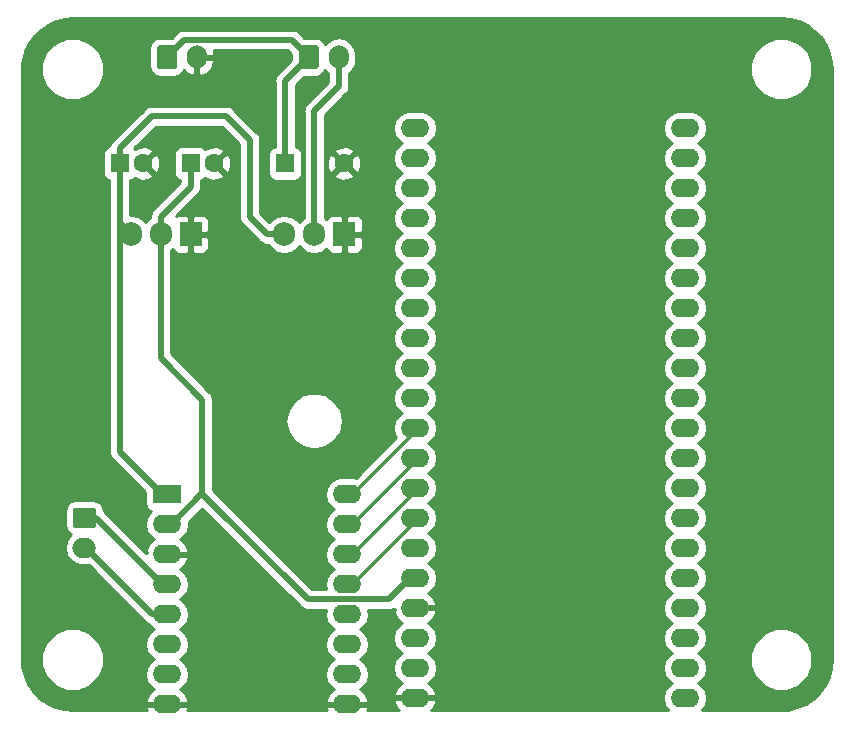
<source format=gbr>
G04 #@! TF.GenerationSoftware,KiCad,Pcbnew,(5.0.1-3-g963ef8bb5)*
G04 #@! TF.CreationDate,2018-11-18T00:10:26+02:00*
G04 #@! TF.ProjectId,winch,77696E63682E6B696361645F70636200,rev?*
G04 #@! TF.SameCoordinates,Original*
G04 #@! TF.FileFunction,Copper,L1,Top,Signal*
G04 #@! TF.FilePolarity,Positive*
%FSLAX46Y46*%
G04 Gerber Fmt 4.6, Leading zero omitted, Abs format (unit mm)*
G04 Created by KiCad (PCBNEW (5.0.1-3-g963ef8bb5)) date Sunday, November 18, 2018 at 12:10:26 AM*
%MOMM*%
%LPD*%
G01*
G04 APERTURE LIST*
G04 #@! TA.AperFunction,Conductor*
%ADD10C,0.100000*%
G04 #@! TD*
G04 #@! TA.AperFunction,ComponentPad*
%ADD11C,1.700000*%
G04 #@! TD*
G04 #@! TA.AperFunction,ComponentPad*
%ADD12O,1.700000X2.000000*%
G04 #@! TD*
G04 #@! TA.AperFunction,ComponentPad*
%ADD13R,1.600000X1.600000*%
G04 #@! TD*
G04 #@! TA.AperFunction,ComponentPad*
%ADD14C,1.600000*%
G04 #@! TD*
G04 #@! TA.AperFunction,ComponentPad*
%ADD15O,2.000000X1.700000*%
G04 #@! TD*
G04 #@! TA.AperFunction,ComponentPad*
%ADD16R,2.400000X1.600000*%
G04 #@! TD*
G04 #@! TA.AperFunction,ComponentPad*
%ADD17O,2.400000X1.600000*%
G04 #@! TD*
G04 #@! TA.AperFunction,ComponentPad*
%ADD18R,1.905000X2.000000*%
G04 #@! TD*
G04 #@! TA.AperFunction,ComponentPad*
%ADD19O,1.905000X2.000000*%
G04 #@! TD*
G04 #@! TA.AperFunction,Conductor*
%ADD20C,0.500000*%
G04 #@! TD*
G04 #@! TA.AperFunction,Conductor*
%ADD21C,0.250000*%
G04 #@! TD*
G04 #@! TA.AperFunction,Conductor*
%ADD22C,0.254000*%
G04 #@! TD*
G04 APERTURE END LIST*
D10*
G04 #@! TO.N,Net-(BT1-Pad1)*
G04 #@! TO.C,BT1*
G36*
X113624504Y-73001204D02*
X113648773Y-73004804D01*
X113672571Y-73010765D01*
X113695671Y-73019030D01*
X113717849Y-73029520D01*
X113738893Y-73042133D01*
X113758598Y-73056747D01*
X113776777Y-73073223D01*
X113793253Y-73091402D01*
X113807867Y-73111107D01*
X113820480Y-73132151D01*
X113830970Y-73154329D01*
X113839235Y-73177429D01*
X113845196Y-73201227D01*
X113848796Y-73225496D01*
X113850000Y-73250000D01*
X113850000Y-74750000D01*
X113848796Y-74774504D01*
X113845196Y-74798773D01*
X113839235Y-74822571D01*
X113830970Y-74845671D01*
X113820480Y-74867849D01*
X113807867Y-74888893D01*
X113793253Y-74908598D01*
X113776777Y-74926777D01*
X113758598Y-74943253D01*
X113738893Y-74957867D01*
X113717849Y-74970480D01*
X113695671Y-74980970D01*
X113672571Y-74989235D01*
X113648773Y-74995196D01*
X113624504Y-74998796D01*
X113600000Y-75000000D01*
X112400000Y-75000000D01*
X112375496Y-74998796D01*
X112351227Y-74995196D01*
X112327429Y-74989235D01*
X112304329Y-74980970D01*
X112282151Y-74970480D01*
X112261107Y-74957867D01*
X112241402Y-74943253D01*
X112223223Y-74926777D01*
X112206747Y-74908598D01*
X112192133Y-74888893D01*
X112179520Y-74867849D01*
X112169030Y-74845671D01*
X112160765Y-74822571D01*
X112154804Y-74798773D01*
X112151204Y-74774504D01*
X112150000Y-74750000D01*
X112150000Y-73250000D01*
X112151204Y-73225496D01*
X112154804Y-73201227D01*
X112160765Y-73177429D01*
X112169030Y-73154329D01*
X112179520Y-73132151D01*
X112192133Y-73111107D01*
X112206747Y-73091402D01*
X112223223Y-73073223D01*
X112241402Y-73056747D01*
X112261107Y-73042133D01*
X112282151Y-73029520D01*
X112304329Y-73019030D01*
X112327429Y-73010765D01*
X112351227Y-73004804D01*
X112375496Y-73001204D01*
X112400000Y-73000000D01*
X113600000Y-73000000D01*
X113624504Y-73001204D01*
X113624504Y-73001204D01*
G37*
D11*
G04 #@! TD*
G04 #@! TO.P,BT1,1*
G04 #@! TO.N,Net-(BT1-Pad1)*
X113000000Y-74000000D03*
D12*
G04 #@! TO.P,BT1,2*
G04 #@! TO.N,GND*
X115540000Y-74000000D03*
G04 #@! TD*
D13*
G04 #@! TO.P,C1,1*
G04 #@! TO.N,Net-(BT1-Pad1)*
X123000000Y-83000000D03*
D14*
G04 #@! TO.P,C1,2*
G04 #@! TO.N,GND*
X128000000Y-83000000D03*
G04 #@! TD*
G04 #@! TO.P,C2,2*
G04 #@! TO.N,GND*
X111000000Y-83000000D03*
D13*
G04 #@! TO.P,C2,1*
G04 #@! TO.N,+BATT*
X109000000Y-83000000D03*
G04 #@! TD*
G04 #@! TO.P,C3,1*
G04 #@! TO.N,+3V3*
X115000000Y-83000000D03*
D14*
G04 #@! TO.P,C3,2*
G04 #@! TO.N,GND*
X117000000Y-83000000D03*
G04 #@! TD*
D10*
G04 #@! TO.N,/AO1*
G04 #@! TO.C,M1*
G36*
X106774504Y-112151204D02*
X106798773Y-112154804D01*
X106822571Y-112160765D01*
X106845671Y-112169030D01*
X106867849Y-112179520D01*
X106888893Y-112192133D01*
X106908598Y-112206747D01*
X106926777Y-112223223D01*
X106943253Y-112241402D01*
X106957867Y-112261107D01*
X106970480Y-112282151D01*
X106980970Y-112304329D01*
X106989235Y-112327429D01*
X106995196Y-112351227D01*
X106998796Y-112375496D01*
X107000000Y-112400000D01*
X107000000Y-113600000D01*
X106998796Y-113624504D01*
X106995196Y-113648773D01*
X106989235Y-113672571D01*
X106980970Y-113695671D01*
X106970480Y-113717849D01*
X106957867Y-113738893D01*
X106943253Y-113758598D01*
X106926777Y-113776777D01*
X106908598Y-113793253D01*
X106888893Y-113807867D01*
X106867849Y-113820480D01*
X106845671Y-113830970D01*
X106822571Y-113839235D01*
X106798773Y-113845196D01*
X106774504Y-113848796D01*
X106750000Y-113850000D01*
X105250000Y-113850000D01*
X105225496Y-113848796D01*
X105201227Y-113845196D01*
X105177429Y-113839235D01*
X105154329Y-113830970D01*
X105132151Y-113820480D01*
X105111107Y-113807867D01*
X105091402Y-113793253D01*
X105073223Y-113776777D01*
X105056747Y-113758598D01*
X105042133Y-113738893D01*
X105029520Y-113717849D01*
X105019030Y-113695671D01*
X105010765Y-113672571D01*
X105004804Y-113648773D01*
X105001204Y-113624504D01*
X105000000Y-113600000D01*
X105000000Y-112400000D01*
X105001204Y-112375496D01*
X105004804Y-112351227D01*
X105010765Y-112327429D01*
X105019030Y-112304329D01*
X105029520Y-112282151D01*
X105042133Y-112261107D01*
X105056747Y-112241402D01*
X105073223Y-112223223D01*
X105091402Y-112206747D01*
X105111107Y-112192133D01*
X105132151Y-112179520D01*
X105154329Y-112169030D01*
X105177429Y-112160765D01*
X105201227Y-112154804D01*
X105225496Y-112151204D01*
X105250000Y-112150000D01*
X106750000Y-112150000D01*
X106774504Y-112151204D01*
X106774504Y-112151204D01*
G37*
D11*
G04 #@! TD*
G04 #@! TO.P,M1,1*
G04 #@! TO.N,/AO1*
X106000000Y-113000000D03*
D15*
G04 #@! TO.P,M1,2*
G04 #@! TO.N,/AO2*
X106000000Y-115540000D03*
G04 #@! TD*
D12*
G04 #@! TO.P,SW1,2*
G04 #@! TO.N,Net-(Q1-Pad2)*
X127540000Y-74000000D03*
D10*
G04 #@! TD*
G04 #@! TO.N,Net-(BT1-Pad1)*
G04 #@! TO.C,SW1*
G36*
X125624504Y-73001204D02*
X125648773Y-73004804D01*
X125672571Y-73010765D01*
X125695671Y-73019030D01*
X125717849Y-73029520D01*
X125738893Y-73042133D01*
X125758598Y-73056747D01*
X125776777Y-73073223D01*
X125793253Y-73091402D01*
X125807867Y-73111107D01*
X125820480Y-73132151D01*
X125830970Y-73154329D01*
X125839235Y-73177429D01*
X125845196Y-73201227D01*
X125848796Y-73225496D01*
X125850000Y-73250000D01*
X125850000Y-74750000D01*
X125848796Y-74774504D01*
X125845196Y-74798773D01*
X125839235Y-74822571D01*
X125830970Y-74845671D01*
X125820480Y-74867849D01*
X125807867Y-74888893D01*
X125793253Y-74908598D01*
X125776777Y-74926777D01*
X125758598Y-74943253D01*
X125738893Y-74957867D01*
X125717849Y-74970480D01*
X125695671Y-74980970D01*
X125672571Y-74989235D01*
X125648773Y-74995196D01*
X125624504Y-74998796D01*
X125600000Y-75000000D01*
X124400000Y-75000000D01*
X124375496Y-74998796D01*
X124351227Y-74995196D01*
X124327429Y-74989235D01*
X124304329Y-74980970D01*
X124282151Y-74970480D01*
X124261107Y-74957867D01*
X124241402Y-74943253D01*
X124223223Y-74926777D01*
X124206747Y-74908598D01*
X124192133Y-74888893D01*
X124179520Y-74867849D01*
X124169030Y-74845671D01*
X124160765Y-74822571D01*
X124154804Y-74798773D01*
X124151204Y-74774504D01*
X124150000Y-74750000D01*
X124150000Y-73250000D01*
X124151204Y-73225496D01*
X124154804Y-73201227D01*
X124160765Y-73177429D01*
X124169030Y-73154329D01*
X124179520Y-73132151D01*
X124192133Y-73111107D01*
X124206747Y-73091402D01*
X124223223Y-73073223D01*
X124241402Y-73056747D01*
X124261107Y-73042133D01*
X124282151Y-73029520D01*
X124304329Y-73019030D01*
X124327429Y-73010765D01*
X124351227Y-73004804D01*
X124375496Y-73001204D01*
X124400000Y-73000000D01*
X125600000Y-73000000D01*
X125624504Y-73001204D01*
X125624504Y-73001204D01*
G37*
D11*
G04 #@! TO.P,SW1,1*
G04 #@! TO.N,Net-(BT1-Pad1)*
X125000000Y-74000000D03*
G04 #@! TD*
D16*
G04 #@! TO.P,U1,1*
G04 #@! TO.N,+BATT*
X113000000Y-111000000D03*
D17*
G04 #@! TO.P,U1,9*
G04 #@! TO.N,GND*
X128240000Y-128780000D03*
G04 #@! TO.P,U1,2*
G04 #@! TO.N,+3V3*
X113000000Y-113540000D03*
G04 #@! TO.P,U1,10*
G04 #@! TO.N,Net-(U1-Pad10)*
X128240000Y-126240000D03*
G04 #@! TO.P,U1,3*
G04 #@! TO.N,GND*
X113000000Y-116080000D03*
G04 #@! TO.P,U1,11*
G04 #@! TO.N,Net-(U1-Pad11)*
X128240000Y-123700000D03*
G04 #@! TO.P,U1,4*
G04 #@! TO.N,/AO1*
X113000000Y-118620000D03*
G04 #@! TO.P,U1,12*
G04 #@! TO.N,Net-(U1-Pad12)*
X128240000Y-121160000D03*
G04 #@! TO.P,U1,5*
G04 #@! TO.N,/AO2*
X113000000Y-121160000D03*
G04 #@! TO.P,U1,13*
G04 #@! TO.N,Net-(U1-Pad13)*
X128240000Y-118620000D03*
G04 #@! TO.P,U1,6*
G04 #@! TO.N,Net-(U1-Pad6)*
X113000000Y-123700000D03*
G04 #@! TO.P,U1,14*
G04 #@! TO.N,Net-(U1-Pad14)*
X128240000Y-116080000D03*
G04 #@! TO.P,U1,7*
G04 #@! TO.N,Net-(U1-Pad7)*
X113000000Y-126240000D03*
G04 #@! TO.P,U1,15*
G04 #@! TO.N,Net-(U1-Pad15)*
X128240000Y-113540000D03*
G04 #@! TO.P,U1,8*
G04 #@! TO.N,GND*
X113000000Y-128780000D03*
G04 #@! TO.P,U1,16*
G04 #@! TO.N,Net-(U1-Pad16)*
X128240000Y-111000000D03*
G04 #@! TD*
G04 #@! TO.P,U2,1*
G04 #@! TO.N,GND*
X134000000Y-128260000D03*
G04 #@! TO.P,U2,2*
G04 #@! TO.N,Net-(U2-Pad2)*
X134000000Y-125720000D03*
G04 #@! TO.P,U2,3*
G04 #@! TO.N,Net-(U2-Pad3)*
X134000000Y-123180000D03*
G04 #@! TO.P,U2,4*
G04 #@! TO.N,GND*
X134000000Y-120640000D03*
G04 #@! TO.P,U2,5*
G04 #@! TO.N,+3V3*
X134000000Y-118100000D03*
G04 #@! TO.P,U2,6*
G04 #@! TO.N,Net-(U2-Pad6)*
X134000000Y-115560000D03*
G04 #@! TO.P,U2,7*
G04 #@! TO.N,Net-(U1-Pad13)*
X134000000Y-113020000D03*
G04 #@! TO.P,U2,8*
G04 #@! TO.N,Net-(U1-Pad14)*
X134000000Y-110480000D03*
G04 #@! TO.P,U2,9*
G04 #@! TO.N,Net-(U1-Pad15)*
X134000000Y-107940000D03*
G04 #@! TO.P,U2,10*
G04 #@! TO.N,Net-(U1-Pad16)*
X134000000Y-105400000D03*
G04 #@! TO.P,U2,11*
G04 #@! TO.N,Net-(U2-Pad11)*
X134000000Y-102860000D03*
G04 #@! TO.P,U2,12*
G04 #@! TO.N,Net-(U2-Pad12)*
X134000000Y-100320000D03*
G04 #@! TO.P,U2,13*
G04 #@! TO.N,Net-(U2-Pad13)*
X134000000Y-97780000D03*
G04 #@! TO.P,U2,14*
G04 #@! TO.N,Net-(U2-Pad14)*
X134000000Y-95240000D03*
G04 #@! TO.P,U2,15*
G04 #@! TO.N,Net-(U2-Pad15)*
X134000000Y-92700000D03*
G04 #@! TO.P,U2,16*
G04 #@! TO.N,Net-(U2-Pad16)*
X134000000Y-90160000D03*
G04 #@! TO.P,U2,17*
G04 #@! TO.N,Net-(U2-Pad17)*
X134000000Y-87620000D03*
G04 #@! TO.P,U2,18*
G04 #@! TO.N,Net-(U2-Pad18)*
X134000000Y-85080000D03*
G04 #@! TO.P,U2,19*
G04 #@! TO.N,Net-(U2-Pad19)*
X134000000Y-82540000D03*
G04 #@! TO.P,U2,20*
G04 #@! TO.N,Net-(U2-Pad20)*
X134000000Y-80000000D03*
G04 #@! TO.P,U2,21*
G04 #@! TO.N,Net-(U2-Pad21)*
X156860000Y-80000000D03*
G04 #@! TO.P,U2,22*
G04 #@! TO.N,Net-(U2-Pad22)*
X156860000Y-82540000D03*
G04 #@! TO.P,U2,23*
G04 #@! TO.N,Net-(U2-Pad23)*
X156860000Y-85080000D03*
G04 #@! TO.P,U2,24*
G04 #@! TO.N,Net-(U2-Pad24)*
X156860000Y-87620000D03*
G04 #@! TO.P,U2,25*
G04 #@! TO.N,Net-(U2-Pad25)*
X156860000Y-90160000D03*
G04 #@! TO.P,U2,26*
G04 #@! TO.N,Net-(U2-Pad26)*
X156860000Y-92700000D03*
G04 #@! TO.P,U2,27*
G04 #@! TO.N,Net-(U2-Pad27)*
X156860000Y-95240000D03*
G04 #@! TO.P,U2,28*
G04 #@! TO.N,Net-(U2-Pad28)*
X156860000Y-97780000D03*
G04 #@! TO.P,U2,29*
G04 #@! TO.N,Net-(U2-Pad29)*
X156860000Y-100320000D03*
G04 #@! TO.P,U2,30*
G04 #@! TO.N,Net-(U2-Pad30)*
X156860000Y-102860000D03*
G04 #@! TO.P,U2,31*
G04 #@! TO.N,Net-(U2-Pad31)*
X156860000Y-105400000D03*
G04 #@! TO.P,U2,32*
G04 #@! TO.N,Net-(U2-Pad32)*
X156860000Y-107940000D03*
G04 #@! TO.P,U2,33*
G04 #@! TO.N,Net-(U2-Pad33)*
X156860000Y-110480000D03*
G04 #@! TO.P,U2,34*
G04 #@! TO.N,Net-(U2-Pad34)*
X156860000Y-113020000D03*
G04 #@! TO.P,U2,35*
G04 #@! TO.N,Net-(U2-Pad35)*
X156860000Y-115560000D03*
G04 #@! TO.P,U2,36*
G04 #@! TO.N,Net-(U2-Pad36)*
X156860000Y-118100000D03*
G04 #@! TO.P,U2,37*
G04 #@! TO.N,Net-(U2-Pad37)*
X156860000Y-120640000D03*
G04 #@! TO.P,U2,38*
G04 #@! TO.N,Net-(U2-Pad38)*
X156860000Y-123180000D03*
G04 #@! TO.P,U2,39*
G04 #@! TO.N,Net-(U2-Pad39)*
X156860000Y-125720000D03*
G04 #@! TO.P,U2,40*
G04 #@! TO.N,Net-(U2-Pad40)*
X156860000Y-128260000D03*
G04 #@! TD*
D18*
G04 #@! TO.P,Q1,1*
G04 #@! TO.N,GND*
X128000000Y-89000000D03*
D19*
G04 #@! TO.P,Q1,2*
G04 #@! TO.N,Net-(Q1-Pad2)*
X125460000Y-89000000D03*
G04 #@! TO.P,Q1,3*
G04 #@! TO.N,+BATT*
X122920000Y-89000000D03*
G04 #@! TD*
D18*
G04 #@! TO.P,U3,1*
G04 #@! TO.N,GND*
X115000000Y-89000000D03*
D19*
G04 #@! TO.P,U3,2*
G04 #@! TO.N,+3V3*
X112460000Y-89000000D03*
G04 #@! TO.P,U3,3*
G04 #@! TO.N,+BATT*
X109920000Y-89000000D03*
G04 #@! TD*
D20*
G04 #@! TO.N,Net-(BT1-Pad1)*
X124094447Y-73094447D02*
X125000000Y-74000000D01*
X114450010Y-72549990D02*
X123549990Y-72549990D01*
X123549990Y-72549990D02*
X124094447Y-73094447D01*
X113000000Y-74000000D02*
X114450010Y-72549990D01*
X123000000Y-76000000D02*
X125000000Y-74000000D01*
X123000000Y-83000000D02*
X123000000Y-76000000D01*
G04 #@! TO.N,GND*
X115540000Y-74000000D02*
X115540000Y-74150000D01*
G04 #@! TO.N,+BATT*
X109000000Y-88080000D02*
X109920000Y-89000000D01*
X109000000Y-91000000D02*
X109000000Y-84000000D01*
X112600000Y-111000000D02*
X109000000Y-107400000D01*
X113000000Y-111000000D02*
X112600000Y-111000000D01*
X109000000Y-107400000D02*
X109000000Y-91000000D01*
X109000000Y-84000000D02*
X109000000Y-88080000D01*
X109000000Y-83000000D02*
X109000000Y-84000000D01*
X109000000Y-81700000D02*
X109000000Y-83000000D01*
X118000000Y-79000000D02*
X111700000Y-79000000D01*
X120000000Y-81000000D02*
X118000000Y-79000000D01*
X120000000Y-87532500D02*
X120000000Y-81000000D01*
X111700000Y-79000000D02*
X109000000Y-81700000D01*
X121467500Y-89000000D02*
X120000000Y-87532500D01*
X122920000Y-89000000D02*
X121467500Y-89000000D01*
G04 #@! TO.N,+3V3*
X115000000Y-84960000D02*
X115000000Y-83000000D01*
X112460000Y-87500000D02*
X115000000Y-84960000D01*
X112460000Y-89000000D02*
X112460000Y-87500000D01*
X113400000Y-113540000D02*
X116000000Y-110940000D01*
X113000000Y-113540000D02*
X113400000Y-113540000D01*
X112460000Y-99460000D02*
X116000000Y-103000000D01*
X112460000Y-89000000D02*
X112460000Y-99460000D01*
X116000000Y-110940000D02*
X116000000Y-103000000D01*
X124909990Y-119909990D02*
X131790010Y-119909990D01*
X131790010Y-119909990D02*
X133600000Y-118100000D01*
X116000000Y-111000000D02*
X124909990Y-119909990D01*
X133600000Y-118100000D02*
X134000000Y-118100000D01*
X116000000Y-110940000D02*
X116000000Y-111000000D01*
G04 #@! TO.N,/AO1*
X106980000Y-113000000D02*
X106000000Y-113000000D01*
X112600000Y-118620000D02*
X106980000Y-113000000D01*
X113000000Y-118620000D02*
X112600000Y-118620000D01*
G04 #@! TO.N,/AO2*
X112620000Y-121540000D02*
X113000000Y-121160000D01*
X111770000Y-121160000D02*
X113000000Y-121160000D01*
X106150000Y-115540000D02*
X111770000Y-121160000D01*
X106000000Y-115540000D02*
X106150000Y-115540000D01*
G04 #@! TO.N,Net-(Q1-Pad2)*
X127540000Y-74000000D02*
X127540000Y-76460000D01*
X125460000Y-78540000D02*
X125460000Y-89000000D01*
X127540000Y-76460000D02*
X125460000Y-78540000D01*
D21*
G04 #@! TO.N,Net-(U1-Pad13)*
X128240000Y-118380000D02*
X128240000Y-118620000D01*
X134000000Y-113020000D02*
X133600000Y-113020000D01*
X134000000Y-113260000D02*
X134000000Y-113020000D01*
X128640000Y-118620000D02*
X134000000Y-113260000D01*
X128240000Y-118620000D02*
X128640000Y-118620000D01*
G04 #@! TO.N,Net-(U1-Pad14)*
X128240000Y-116080000D02*
X129000000Y-116080000D01*
X128240000Y-115840000D02*
X128240000Y-116080000D01*
X134000000Y-110480000D02*
X133600000Y-110480000D01*
X134000000Y-110720000D02*
X134000000Y-110480000D01*
X128640000Y-116080000D02*
X134000000Y-110720000D01*
X128240000Y-116080000D02*
X128640000Y-116080000D01*
G04 #@! TO.N,Net-(U1-Pad15)*
X128240000Y-113540000D02*
X129000000Y-113540000D01*
X134000000Y-108180000D02*
X134000000Y-107940000D01*
X128640000Y-113540000D02*
X134000000Y-108180000D01*
X128240000Y-113540000D02*
X128640000Y-113540000D01*
G04 #@! TO.N,Net-(U1-Pad16)*
X128240000Y-111000000D02*
X129000000Y-111000000D01*
X134000000Y-105640000D02*
X134000000Y-105400000D01*
X128640000Y-111000000D02*
X134000000Y-105640000D01*
X128240000Y-111000000D02*
X128640000Y-111000000D01*
G04 #@! TD*
D22*
G04 #@! TO.N,GND*
G36*
X165759192Y-70780578D02*
X166494389Y-70981705D01*
X167182351Y-71309846D01*
X167801331Y-71754628D01*
X168331761Y-72301988D01*
X168756884Y-72934639D01*
X169063251Y-73632561D01*
X169242499Y-74379183D01*
X169290000Y-75026030D01*
X169290001Y-124968370D01*
X169219422Y-125759193D01*
X169018295Y-126494389D01*
X168690152Y-127182355D01*
X168245374Y-127801328D01*
X167698012Y-128331761D01*
X167065362Y-128756883D01*
X166367439Y-129063251D01*
X165620819Y-129242499D01*
X164973970Y-129290000D01*
X158297635Y-129290000D01*
X158611740Y-128819909D01*
X158723113Y-128260000D01*
X158611740Y-127700091D01*
X158294577Y-127225423D01*
X157942242Y-126990000D01*
X158294577Y-126754577D01*
X158611740Y-126279909D01*
X158723113Y-125720000D01*
X158611740Y-125160091D01*
X158294577Y-124685423D01*
X157980954Y-124475866D01*
X162365000Y-124475866D01*
X162365000Y-125524134D01*
X162766155Y-126492608D01*
X163507392Y-127233845D01*
X164475866Y-127635000D01*
X165524134Y-127635000D01*
X166492608Y-127233845D01*
X167233845Y-126492608D01*
X167635000Y-125524134D01*
X167635000Y-124475866D01*
X167233845Y-123507392D01*
X166492608Y-122766155D01*
X165524134Y-122365000D01*
X164475866Y-122365000D01*
X163507392Y-122766155D01*
X162766155Y-123507392D01*
X162365000Y-124475866D01*
X157980954Y-124475866D01*
X157942242Y-124450000D01*
X158294577Y-124214577D01*
X158611740Y-123739909D01*
X158723113Y-123180000D01*
X158611740Y-122620091D01*
X158294577Y-122145423D01*
X157942242Y-121910000D01*
X158294577Y-121674577D01*
X158611740Y-121199909D01*
X158723113Y-120640000D01*
X158611740Y-120080091D01*
X158294577Y-119605423D01*
X157942242Y-119370000D01*
X158294577Y-119134577D01*
X158611740Y-118659909D01*
X158723113Y-118100000D01*
X158611740Y-117540091D01*
X158294577Y-117065423D01*
X157942242Y-116830000D01*
X158294577Y-116594577D01*
X158611740Y-116119909D01*
X158723113Y-115560000D01*
X158611740Y-115000091D01*
X158294577Y-114525423D01*
X157942242Y-114290000D01*
X158294577Y-114054577D01*
X158611740Y-113579909D01*
X158723113Y-113020000D01*
X158611740Y-112460091D01*
X158294577Y-111985423D01*
X157942242Y-111750000D01*
X158294577Y-111514577D01*
X158611740Y-111039909D01*
X158723113Y-110480000D01*
X158611740Y-109920091D01*
X158294577Y-109445423D01*
X157942242Y-109210000D01*
X158294577Y-108974577D01*
X158611740Y-108499909D01*
X158723113Y-107940000D01*
X158611740Y-107380091D01*
X158294577Y-106905423D01*
X157942242Y-106670000D01*
X158294577Y-106434577D01*
X158611740Y-105959909D01*
X158723113Y-105400000D01*
X158611740Y-104840091D01*
X158294577Y-104365423D01*
X157942242Y-104130000D01*
X158294577Y-103894577D01*
X158611740Y-103419909D01*
X158723113Y-102860000D01*
X158611740Y-102300091D01*
X158294577Y-101825423D01*
X157942242Y-101590000D01*
X158294577Y-101354577D01*
X158611740Y-100879909D01*
X158723113Y-100320000D01*
X158611740Y-99760091D01*
X158294577Y-99285423D01*
X157942242Y-99050000D01*
X158294577Y-98814577D01*
X158611740Y-98339909D01*
X158723113Y-97780000D01*
X158611740Y-97220091D01*
X158294577Y-96745423D01*
X157942242Y-96510000D01*
X158294577Y-96274577D01*
X158611740Y-95799909D01*
X158723113Y-95240000D01*
X158611740Y-94680091D01*
X158294577Y-94205423D01*
X157942242Y-93970000D01*
X158294577Y-93734577D01*
X158611740Y-93259909D01*
X158723113Y-92700000D01*
X158611740Y-92140091D01*
X158294577Y-91665423D01*
X157942242Y-91430000D01*
X158294577Y-91194577D01*
X158611740Y-90719909D01*
X158723113Y-90160000D01*
X158611740Y-89600091D01*
X158294577Y-89125423D01*
X157942242Y-88890000D01*
X158294577Y-88654577D01*
X158611740Y-88179909D01*
X158723113Y-87620000D01*
X158611740Y-87060091D01*
X158294577Y-86585423D01*
X157942242Y-86350000D01*
X158294577Y-86114577D01*
X158611740Y-85639909D01*
X158723113Y-85080000D01*
X158611740Y-84520091D01*
X158294577Y-84045423D01*
X157942242Y-83810000D01*
X158294577Y-83574577D01*
X158611740Y-83099909D01*
X158723113Y-82540000D01*
X158611740Y-81980091D01*
X158294577Y-81505423D01*
X157942242Y-81270000D01*
X158294577Y-81034577D01*
X158611740Y-80559909D01*
X158723113Y-80000000D01*
X158611740Y-79440091D01*
X158294577Y-78965423D01*
X157819909Y-78648260D01*
X157401333Y-78565000D01*
X156318667Y-78565000D01*
X155900091Y-78648260D01*
X155425423Y-78965423D01*
X155108260Y-79440091D01*
X154996887Y-80000000D01*
X155108260Y-80559909D01*
X155425423Y-81034577D01*
X155777758Y-81270000D01*
X155425423Y-81505423D01*
X155108260Y-81980091D01*
X154996887Y-82540000D01*
X155108260Y-83099909D01*
X155425423Y-83574577D01*
X155777758Y-83810000D01*
X155425423Y-84045423D01*
X155108260Y-84520091D01*
X154996887Y-85080000D01*
X155108260Y-85639909D01*
X155425423Y-86114577D01*
X155777758Y-86350000D01*
X155425423Y-86585423D01*
X155108260Y-87060091D01*
X154996887Y-87620000D01*
X155108260Y-88179909D01*
X155425423Y-88654577D01*
X155777758Y-88890000D01*
X155425423Y-89125423D01*
X155108260Y-89600091D01*
X154996887Y-90160000D01*
X155108260Y-90719909D01*
X155425423Y-91194577D01*
X155777758Y-91430000D01*
X155425423Y-91665423D01*
X155108260Y-92140091D01*
X154996887Y-92700000D01*
X155108260Y-93259909D01*
X155425423Y-93734577D01*
X155777758Y-93970000D01*
X155425423Y-94205423D01*
X155108260Y-94680091D01*
X154996887Y-95240000D01*
X155108260Y-95799909D01*
X155425423Y-96274577D01*
X155777758Y-96510000D01*
X155425423Y-96745423D01*
X155108260Y-97220091D01*
X154996887Y-97780000D01*
X155108260Y-98339909D01*
X155425423Y-98814577D01*
X155777758Y-99050000D01*
X155425423Y-99285423D01*
X155108260Y-99760091D01*
X154996887Y-100320000D01*
X155108260Y-100879909D01*
X155425423Y-101354577D01*
X155777758Y-101590000D01*
X155425423Y-101825423D01*
X155108260Y-102300091D01*
X154996887Y-102860000D01*
X155108260Y-103419909D01*
X155425423Y-103894577D01*
X155777758Y-104130000D01*
X155425423Y-104365423D01*
X155108260Y-104840091D01*
X154996887Y-105400000D01*
X155108260Y-105959909D01*
X155425423Y-106434577D01*
X155777758Y-106670000D01*
X155425423Y-106905423D01*
X155108260Y-107380091D01*
X154996887Y-107940000D01*
X155108260Y-108499909D01*
X155425423Y-108974577D01*
X155777758Y-109210000D01*
X155425423Y-109445423D01*
X155108260Y-109920091D01*
X154996887Y-110480000D01*
X155108260Y-111039909D01*
X155425423Y-111514577D01*
X155777758Y-111750000D01*
X155425423Y-111985423D01*
X155108260Y-112460091D01*
X154996887Y-113020000D01*
X155108260Y-113579909D01*
X155425423Y-114054577D01*
X155777758Y-114290000D01*
X155425423Y-114525423D01*
X155108260Y-115000091D01*
X154996887Y-115560000D01*
X155108260Y-116119909D01*
X155425423Y-116594577D01*
X155777758Y-116830000D01*
X155425423Y-117065423D01*
X155108260Y-117540091D01*
X154996887Y-118100000D01*
X155108260Y-118659909D01*
X155425423Y-119134577D01*
X155777758Y-119370000D01*
X155425423Y-119605423D01*
X155108260Y-120080091D01*
X154996887Y-120640000D01*
X155108260Y-121199909D01*
X155425423Y-121674577D01*
X155777758Y-121910000D01*
X155425423Y-122145423D01*
X155108260Y-122620091D01*
X154996887Y-123180000D01*
X155108260Y-123739909D01*
X155425423Y-124214577D01*
X155777758Y-124450000D01*
X155425423Y-124685423D01*
X155108260Y-125160091D01*
X154996887Y-125720000D01*
X155108260Y-126279909D01*
X155425423Y-126754577D01*
X155777758Y-126990000D01*
X155425423Y-127225423D01*
X155108260Y-127700091D01*
X154996887Y-128260000D01*
X155108260Y-128819909D01*
X155422365Y-129290000D01*
X135373812Y-129290000D01*
X135504500Y-129184896D01*
X135774367Y-128691819D01*
X135791904Y-128609039D01*
X135669915Y-128387000D01*
X134127000Y-128387000D01*
X134127000Y-128407000D01*
X133873000Y-128407000D01*
X133873000Y-128387000D01*
X132330085Y-128387000D01*
X132208096Y-128609039D01*
X132225633Y-128691819D01*
X132495500Y-129184896D01*
X132626188Y-129290000D01*
X129971578Y-129290000D01*
X130014367Y-129211819D01*
X130031904Y-129129039D01*
X129909915Y-128907000D01*
X128367000Y-128907000D01*
X128367000Y-128927000D01*
X128113000Y-128927000D01*
X128113000Y-128907000D01*
X126570085Y-128907000D01*
X126448096Y-129129039D01*
X126465633Y-129211819D01*
X126508422Y-129290000D01*
X114731578Y-129290000D01*
X114774367Y-129211819D01*
X114791904Y-129129039D01*
X114669915Y-128907000D01*
X113127000Y-128907000D01*
X113127000Y-128927000D01*
X112873000Y-128927000D01*
X112873000Y-128907000D01*
X111330085Y-128907000D01*
X111208096Y-129129039D01*
X111225633Y-129211819D01*
X111268422Y-129290000D01*
X105031618Y-129290000D01*
X104240807Y-129219422D01*
X103505611Y-129018295D01*
X102817645Y-128690152D01*
X102198672Y-128245374D01*
X101668239Y-127698012D01*
X101243117Y-127065362D01*
X100936749Y-126367439D01*
X100757501Y-125620819D01*
X100710000Y-124973970D01*
X100710000Y-124475866D01*
X102365000Y-124475866D01*
X102365000Y-125524134D01*
X102766155Y-126492608D01*
X103507392Y-127233845D01*
X104475866Y-127635000D01*
X105524134Y-127635000D01*
X106492608Y-127233845D01*
X107233845Y-126492608D01*
X107635000Y-125524134D01*
X107635000Y-124475866D01*
X107233845Y-123507392D01*
X106492608Y-122766155D01*
X105524134Y-122365000D01*
X104475866Y-122365000D01*
X103507392Y-122766155D01*
X102766155Y-123507392D01*
X102365000Y-124475866D01*
X100710000Y-124475866D01*
X100710000Y-115540000D01*
X104335908Y-115540000D01*
X104451161Y-116119418D01*
X104779375Y-116610625D01*
X105270582Y-116938839D01*
X105703744Y-117025000D01*
X106296256Y-117025000D01*
X106368960Y-117010538D01*
X111082577Y-121724156D01*
X111131951Y-121798049D01*
X111205844Y-121847423D01*
X111205845Y-121847424D01*
X111262544Y-121885309D01*
X111424690Y-121993652D01*
X111432162Y-121995138D01*
X111565423Y-122194577D01*
X111917758Y-122430000D01*
X111565423Y-122665423D01*
X111248260Y-123140091D01*
X111136887Y-123700000D01*
X111248260Y-124259909D01*
X111565423Y-124734577D01*
X111917758Y-124970000D01*
X111565423Y-125205423D01*
X111248260Y-125680091D01*
X111136887Y-126240000D01*
X111248260Y-126799909D01*
X111565423Y-127274577D01*
X111921499Y-127512499D01*
X111495500Y-127855104D01*
X111225633Y-128348181D01*
X111208096Y-128430961D01*
X111330085Y-128653000D01*
X112873000Y-128653000D01*
X112873000Y-128633000D01*
X113127000Y-128633000D01*
X113127000Y-128653000D01*
X114669915Y-128653000D01*
X114791904Y-128430961D01*
X114774367Y-128348181D01*
X114504500Y-127855104D01*
X114078501Y-127512499D01*
X114434577Y-127274577D01*
X114751740Y-126799909D01*
X114863113Y-126240000D01*
X114751740Y-125680091D01*
X114434577Y-125205423D01*
X114082242Y-124970000D01*
X114434577Y-124734577D01*
X114751740Y-124259909D01*
X114863113Y-123700000D01*
X114751740Y-123140091D01*
X114434577Y-122665423D01*
X114082242Y-122430000D01*
X114434577Y-122194577D01*
X114751740Y-121719909D01*
X114863113Y-121160000D01*
X114751740Y-120600091D01*
X114434577Y-120125423D01*
X114082242Y-119890000D01*
X114434577Y-119654577D01*
X114751740Y-119179909D01*
X114863113Y-118620000D01*
X114751740Y-118060091D01*
X114434577Y-117585423D01*
X114078501Y-117347501D01*
X114504500Y-117004896D01*
X114774367Y-116511819D01*
X114791904Y-116429039D01*
X114669915Y-116207000D01*
X113127000Y-116207000D01*
X113127000Y-116227000D01*
X112873000Y-116227000D01*
X112873000Y-116207000D01*
X112853000Y-116207000D01*
X112853000Y-115953000D01*
X112873000Y-115953000D01*
X112873000Y-115933000D01*
X113127000Y-115933000D01*
X113127000Y-115953000D01*
X114669915Y-115953000D01*
X114791904Y-115730961D01*
X114774367Y-115648181D01*
X114504500Y-115155104D01*
X114078501Y-114812499D01*
X114434577Y-114574577D01*
X114751740Y-114099909D01*
X114863113Y-113540000D01*
X114828017Y-113363561D01*
X115970000Y-112221578D01*
X124222567Y-120474146D01*
X124271941Y-120548039D01*
X124345834Y-120597413D01*
X124345835Y-120597414D01*
X124564680Y-120743642D01*
X124822825Y-120794990D01*
X124822829Y-120794990D01*
X124909990Y-120812327D01*
X124997151Y-120794990D01*
X126449492Y-120794990D01*
X126376887Y-121160000D01*
X126488260Y-121719909D01*
X126805423Y-122194577D01*
X127157758Y-122430000D01*
X126805423Y-122665423D01*
X126488260Y-123140091D01*
X126376887Y-123700000D01*
X126488260Y-124259909D01*
X126805423Y-124734577D01*
X127157758Y-124970000D01*
X126805423Y-125205423D01*
X126488260Y-125680091D01*
X126376887Y-126240000D01*
X126488260Y-126799909D01*
X126805423Y-127274577D01*
X127161499Y-127512499D01*
X126735500Y-127855104D01*
X126465633Y-128348181D01*
X126448096Y-128430961D01*
X126570085Y-128653000D01*
X128113000Y-128653000D01*
X128113000Y-128633000D01*
X128367000Y-128633000D01*
X128367000Y-128653000D01*
X129909915Y-128653000D01*
X130031904Y-128430961D01*
X130014367Y-128348181D01*
X129744500Y-127855104D01*
X129318501Y-127512499D01*
X129674577Y-127274577D01*
X129991740Y-126799909D01*
X130103113Y-126240000D01*
X129991740Y-125680091D01*
X129674577Y-125205423D01*
X129322242Y-124970000D01*
X129674577Y-124734577D01*
X129991740Y-124259909D01*
X130103113Y-123700000D01*
X129991740Y-123140091D01*
X129674577Y-122665423D01*
X129322242Y-122430000D01*
X129674577Y-122194577D01*
X129991740Y-121719909D01*
X130103113Y-121160000D01*
X130030508Y-120794990D01*
X131702849Y-120794990D01*
X131790010Y-120812327D01*
X131877171Y-120794990D01*
X131877175Y-120794990D01*
X132135320Y-120743642D01*
X132165000Y-120723810D01*
X132165000Y-120767002D01*
X132330084Y-120767002D01*
X132208096Y-120989039D01*
X132225633Y-121071819D01*
X132495500Y-121564896D01*
X132921499Y-121907501D01*
X132565423Y-122145423D01*
X132248260Y-122620091D01*
X132136887Y-123180000D01*
X132248260Y-123739909D01*
X132565423Y-124214577D01*
X132917758Y-124450000D01*
X132565423Y-124685423D01*
X132248260Y-125160091D01*
X132136887Y-125720000D01*
X132248260Y-126279909D01*
X132565423Y-126754577D01*
X132921499Y-126992499D01*
X132495500Y-127335104D01*
X132225633Y-127828181D01*
X132208096Y-127910961D01*
X132330085Y-128133000D01*
X133873000Y-128133000D01*
X133873000Y-128113000D01*
X134127000Y-128113000D01*
X134127000Y-128133000D01*
X135669915Y-128133000D01*
X135791904Y-127910961D01*
X135774367Y-127828181D01*
X135504500Y-127335104D01*
X135078501Y-126992499D01*
X135434577Y-126754577D01*
X135751740Y-126279909D01*
X135863113Y-125720000D01*
X135751740Y-125160091D01*
X135434577Y-124685423D01*
X135082242Y-124450000D01*
X135434577Y-124214577D01*
X135751740Y-123739909D01*
X135863113Y-123180000D01*
X135751740Y-122620091D01*
X135434577Y-122145423D01*
X135078501Y-121907501D01*
X135504500Y-121564896D01*
X135774367Y-121071819D01*
X135791904Y-120989039D01*
X135669915Y-120767000D01*
X134127000Y-120767000D01*
X134127000Y-120787000D01*
X133873000Y-120787000D01*
X133873000Y-120767000D01*
X133853000Y-120767000D01*
X133853000Y-120513000D01*
X133873000Y-120513000D01*
X133873000Y-120493000D01*
X134127000Y-120493000D01*
X134127000Y-120513000D01*
X135669915Y-120513000D01*
X135791904Y-120290961D01*
X135774367Y-120208181D01*
X135504500Y-119715104D01*
X135078501Y-119372499D01*
X135434577Y-119134577D01*
X135751740Y-118659909D01*
X135863113Y-118100000D01*
X135751740Y-117540091D01*
X135434577Y-117065423D01*
X135082242Y-116830000D01*
X135434577Y-116594577D01*
X135751740Y-116119909D01*
X135863113Y-115560000D01*
X135751740Y-115000091D01*
X135434577Y-114525423D01*
X135082242Y-114290000D01*
X135434577Y-114054577D01*
X135751740Y-113579909D01*
X135863113Y-113020000D01*
X135751740Y-112460091D01*
X135434577Y-111985423D01*
X135082242Y-111750000D01*
X135434577Y-111514577D01*
X135751740Y-111039909D01*
X135863113Y-110480000D01*
X135751740Y-109920091D01*
X135434577Y-109445423D01*
X135082242Y-109210000D01*
X135434577Y-108974577D01*
X135751740Y-108499909D01*
X135863113Y-107940000D01*
X135751740Y-107380091D01*
X135434577Y-106905423D01*
X135082242Y-106670000D01*
X135434577Y-106434577D01*
X135751740Y-105959909D01*
X135863113Y-105400000D01*
X135751740Y-104840091D01*
X135434577Y-104365423D01*
X135082242Y-104130000D01*
X135434577Y-103894577D01*
X135751740Y-103419909D01*
X135863113Y-102860000D01*
X135751740Y-102300091D01*
X135434577Y-101825423D01*
X135082242Y-101590000D01*
X135434577Y-101354577D01*
X135751740Y-100879909D01*
X135863113Y-100320000D01*
X135751740Y-99760091D01*
X135434577Y-99285423D01*
X135082242Y-99050000D01*
X135434577Y-98814577D01*
X135751740Y-98339909D01*
X135863113Y-97780000D01*
X135751740Y-97220091D01*
X135434577Y-96745423D01*
X135082242Y-96510000D01*
X135434577Y-96274577D01*
X135751740Y-95799909D01*
X135863113Y-95240000D01*
X135751740Y-94680091D01*
X135434577Y-94205423D01*
X135082242Y-93970000D01*
X135434577Y-93734577D01*
X135751740Y-93259909D01*
X135863113Y-92700000D01*
X135751740Y-92140091D01*
X135434577Y-91665423D01*
X135082242Y-91430000D01*
X135434577Y-91194577D01*
X135751740Y-90719909D01*
X135863113Y-90160000D01*
X135751740Y-89600091D01*
X135434577Y-89125423D01*
X135082242Y-88890000D01*
X135434577Y-88654577D01*
X135751740Y-88179909D01*
X135863113Y-87620000D01*
X135751740Y-87060091D01*
X135434577Y-86585423D01*
X135082242Y-86350000D01*
X135434577Y-86114577D01*
X135751740Y-85639909D01*
X135863113Y-85080000D01*
X135751740Y-84520091D01*
X135434577Y-84045423D01*
X135082242Y-83810000D01*
X135434577Y-83574577D01*
X135751740Y-83099909D01*
X135863113Y-82540000D01*
X135751740Y-81980091D01*
X135434577Y-81505423D01*
X135082242Y-81270000D01*
X135434577Y-81034577D01*
X135751740Y-80559909D01*
X135863113Y-80000000D01*
X135751740Y-79440091D01*
X135434577Y-78965423D01*
X134959909Y-78648260D01*
X134541333Y-78565000D01*
X133458667Y-78565000D01*
X133040091Y-78648260D01*
X132565423Y-78965423D01*
X132248260Y-79440091D01*
X132136887Y-80000000D01*
X132248260Y-80559909D01*
X132565423Y-81034577D01*
X132917758Y-81270000D01*
X132565423Y-81505423D01*
X132248260Y-81980091D01*
X132136887Y-82540000D01*
X132248260Y-83099909D01*
X132565423Y-83574577D01*
X132917758Y-83810000D01*
X132565423Y-84045423D01*
X132248260Y-84520091D01*
X132136887Y-85080000D01*
X132248260Y-85639909D01*
X132565423Y-86114577D01*
X132917758Y-86350000D01*
X132565423Y-86585423D01*
X132248260Y-87060091D01*
X132136887Y-87620000D01*
X132248260Y-88179909D01*
X132565423Y-88654577D01*
X132917758Y-88890000D01*
X132565423Y-89125423D01*
X132248260Y-89600091D01*
X132136887Y-90160000D01*
X132248260Y-90719909D01*
X132565423Y-91194577D01*
X132917758Y-91430000D01*
X132565423Y-91665423D01*
X132248260Y-92140091D01*
X132136887Y-92700000D01*
X132248260Y-93259909D01*
X132565423Y-93734577D01*
X132917758Y-93970000D01*
X132565423Y-94205423D01*
X132248260Y-94680091D01*
X132136887Y-95240000D01*
X132248260Y-95799909D01*
X132565423Y-96274577D01*
X132917758Y-96510000D01*
X132565423Y-96745423D01*
X132248260Y-97220091D01*
X132136887Y-97780000D01*
X132248260Y-98339909D01*
X132565423Y-98814577D01*
X132917758Y-99050000D01*
X132565423Y-99285423D01*
X132248260Y-99760091D01*
X132136887Y-100320000D01*
X132248260Y-100879909D01*
X132565423Y-101354577D01*
X132917758Y-101590000D01*
X132565423Y-101825423D01*
X132248260Y-102300091D01*
X132136887Y-102860000D01*
X132248260Y-103419909D01*
X132565423Y-103894577D01*
X132917758Y-104130000D01*
X132565423Y-104365423D01*
X132248260Y-104840091D01*
X132136887Y-105400000D01*
X132248260Y-105959909D01*
X132391266Y-106173932D01*
X128963887Y-109601312D01*
X128781333Y-109565000D01*
X127698667Y-109565000D01*
X127280091Y-109648260D01*
X126805423Y-109965423D01*
X126488260Y-110440091D01*
X126376887Y-111000000D01*
X126488260Y-111559909D01*
X126805423Y-112034577D01*
X127157758Y-112270000D01*
X126805423Y-112505423D01*
X126488260Y-112980091D01*
X126376887Y-113540000D01*
X126488260Y-114099909D01*
X126805423Y-114574577D01*
X127157758Y-114810000D01*
X126805423Y-115045423D01*
X126488260Y-115520091D01*
X126376887Y-116080000D01*
X126488260Y-116639909D01*
X126805423Y-117114577D01*
X127157758Y-117350000D01*
X126805423Y-117585423D01*
X126488260Y-118060091D01*
X126376887Y-118620000D01*
X126457445Y-119024990D01*
X125276569Y-119024990D01*
X116885000Y-110633422D01*
X116885000Y-104800000D01*
X123028276Y-104800000D01*
X123213380Y-105730580D01*
X123740511Y-106519489D01*
X124529420Y-107046620D01*
X125225103Y-107185000D01*
X125694897Y-107185000D01*
X126390580Y-107046620D01*
X127179489Y-106519489D01*
X127706620Y-105730580D01*
X127891724Y-104800000D01*
X127706620Y-103869420D01*
X127179489Y-103080511D01*
X126390580Y-102553380D01*
X125694897Y-102415000D01*
X125225103Y-102415000D01*
X124529420Y-102553380D01*
X123740511Y-103080511D01*
X123213380Y-103869420D01*
X123028276Y-104800000D01*
X116885000Y-104800000D01*
X116885000Y-103087160D01*
X116902337Y-102999999D01*
X116885000Y-102912838D01*
X116885000Y-102912835D01*
X116833652Y-102654690D01*
X116687424Y-102435845D01*
X116687423Y-102435844D01*
X116638049Y-102361951D01*
X116564156Y-102312577D01*
X113345000Y-99093422D01*
X113345000Y-90365430D01*
X113475444Y-90278270D01*
X113509173Y-90359699D01*
X113687802Y-90538327D01*
X113921191Y-90635000D01*
X114714250Y-90635000D01*
X114873000Y-90476250D01*
X114873000Y-89127000D01*
X115127000Y-89127000D01*
X115127000Y-90476250D01*
X115285750Y-90635000D01*
X116078809Y-90635000D01*
X116312198Y-90538327D01*
X116490827Y-90359699D01*
X116587500Y-90126310D01*
X116587500Y-89285750D01*
X116428750Y-89127000D01*
X115127000Y-89127000D01*
X114873000Y-89127000D01*
X114853000Y-89127000D01*
X114853000Y-88873000D01*
X114873000Y-88873000D01*
X114873000Y-87523750D01*
X115127000Y-87523750D01*
X115127000Y-88873000D01*
X116428750Y-88873000D01*
X116587500Y-88714250D01*
X116587500Y-87873690D01*
X116490827Y-87640301D01*
X116312198Y-87461673D01*
X116078809Y-87365000D01*
X115285750Y-87365000D01*
X115127000Y-87523750D01*
X114873000Y-87523750D01*
X114714250Y-87365000D01*
X113921191Y-87365000D01*
X113793819Y-87417759D01*
X115564156Y-85647423D01*
X115638049Y-85598049D01*
X115833652Y-85305310D01*
X115885000Y-85047165D01*
X115885000Y-85047161D01*
X115902337Y-84960001D01*
X115885000Y-84872841D01*
X115885000Y-84430533D01*
X116047765Y-84398157D01*
X116257516Y-84258005D01*
X116783223Y-84446965D01*
X117353454Y-84419778D01*
X117754005Y-84253864D01*
X117828139Y-84007745D01*
X117000000Y-83179605D01*
X116985858Y-83193748D01*
X116806253Y-83014143D01*
X116820395Y-83000000D01*
X117179605Y-83000000D01*
X118007745Y-83828139D01*
X118253864Y-83754005D01*
X118446965Y-83216777D01*
X118419778Y-82646546D01*
X118253864Y-82245995D01*
X118007745Y-82171861D01*
X117179605Y-83000000D01*
X116820395Y-83000000D01*
X116806253Y-82985858D01*
X116985858Y-82806252D01*
X117000000Y-82820395D01*
X117828139Y-81992255D01*
X117754005Y-81746136D01*
X117216777Y-81553035D01*
X116646546Y-81580222D01*
X116256933Y-81741605D01*
X116047765Y-81601843D01*
X115800000Y-81552560D01*
X114200000Y-81552560D01*
X113952235Y-81601843D01*
X113742191Y-81742191D01*
X113601843Y-81952235D01*
X113552560Y-82200000D01*
X113552560Y-83800000D01*
X113601843Y-84047765D01*
X113742191Y-84257809D01*
X113952235Y-84398157D01*
X114115000Y-84430533D01*
X114115000Y-84593421D01*
X111895845Y-86812577D01*
X111821952Y-86861951D01*
X111772578Y-86935844D01*
X111772576Y-86935846D01*
X111626348Y-87154691D01*
X111557663Y-87500000D01*
X111575001Y-87587165D01*
X111575001Y-87634569D01*
X111315477Y-87807977D01*
X111190000Y-87995767D01*
X111064523Y-87807977D01*
X110539411Y-87457109D01*
X109920000Y-87333900D01*
X109885000Y-87340862D01*
X109885000Y-84430533D01*
X110047765Y-84398157D01*
X110257516Y-84258005D01*
X110783223Y-84446965D01*
X111353454Y-84419778D01*
X111754005Y-84253864D01*
X111828139Y-84007745D01*
X111000000Y-83179605D01*
X110985858Y-83193748D01*
X110806253Y-83014143D01*
X110820395Y-83000000D01*
X111179605Y-83000000D01*
X112007745Y-83828139D01*
X112253864Y-83754005D01*
X112446965Y-83216777D01*
X112419778Y-82646546D01*
X112253864Y-82245995D01*
X112007745Y-82171861D01*
X111179605Y-83000000D01*
X110820395Y-83000000D01*
X110806253Y-82985858D01*
X110985858Y-82806252D01*
X111000000Y-82820395D01*
X111828139Y-81992255D01*
X111754005Y-81746136D01*
X111216777Y-81553035D01*
X110646546Y-81580222D01*
X110256933Y-81741605D01*
X110228782Y-81722796D01*
X112066579Y-79885000D01*
X117633422Y-79885000D01*
X119115001Y-81366580D01*
X119115000Y-87445339D01*
X119097663Y-87532500D01*
X119115000Y-87619661D01*
X119115000Y-87619664D01*
X119166348Y-87877809D01*
X119361951Y-88170549D01*
X119435847Y-88219925D01*
X120780077Y-89564156D01*
X120829451Y-89638049D01*
X120903344Y-89687423D01*
X120903345Y-89687424D01*
X121014380Y-89761615D01*
X121122190Y-89833652D01*
X121380335Y-89885000D01*
X121380339Y-89885000D01*
X121467499Y-89902337D01*
X121554659Y-89885000D01*
X121570332Y-89885000D01*
X121775477Y-90192023D01*
X122300589Y-90542891D01*
X122920000Y-90666100D01*
X123539410Y-90542891D01*
X124064523Y-90192023D01*
X124190000Y-90004233D01*
X124315477Y-90192023D01*
X124840589Y-90542891D01*
X125460000Y-90666100D01*
X126079410Y-90542891D01*
X126475444Y-90278270D01*
X126509173Y-90359699D01*
X126687802Y-90538327D01*
X126921191Y-90635000D01*
X127714250Y-90635000D01*
X127873000Y-90476250D01*
X127873000Y-89127000D01*
X128127000Y-89127000D01*
X128127000Y-90476250D01*
X128285750Y-90635000D01*
X129078809Y-90635000D01*
X129312198Y-90538327D01*
X129490827Y-90359699D01*
X129587500Y-90126310D01*
X129587500Y-89285750D01*
X129428750Y-89127000D01*
X128127000Y-89127000D01*
X127873000Y-89127000D01*
X127853000Y-89127000D01*
X127853000Y-88873000D01*
X127873000Y-88873000D01*
X127873000Y-87523750D01*
X128127000Y-87523750D01*
X128127000Y-88873000D01*
X129428750Y-88873000D01*
X129587500Y-88714250D01*
X129587500Y-87873690D01*
X129490827Y-87640301D01*
X129312198Y-87461673D01*
X129078809Y-87365000D01*
X128285750Y-87365000D01*
X128127000Y-87523750D01*
X127873000Y-87523750D01*
X127714250Y-87365000D01*
X126921191Y-87365000D01*
X126687802Y-87461673D01*
X126509173Y-87640301D01*
X126475444Y-87721729D01*
X126345000Y-87634570D01*
X126345000Y-84007745D01*
X127171861Y-84007745D01*
X127245995Y-84253864D01*
X127783223Y-84446965D01*
X128353454Y-84419778D01*
X128754005Y-84253864D01*
X128828139Y-84007745D01*
X128000000Y-83179605D01*
X127171861Y-84007745D01*
X126345000Y-84007745D01*
X126345000Y-82783223D01*
X126553035Y-82783223D01*
X126580222Y-83353454D01*
X126746136Y-83754005D01*
X126992255Y-83828139D01*
X127820395Y-83000000D01*
X128179605Y-83000000D01*
X129007745Y-83828139D01*
X129253864Y-83754005D01*
X129446965Y-83216777D01*
X129419778Y-82646546D01*
X129253864Y-82245995D01*
X129007745Y-82171861D01*
X128179605Y-83000000D01*
X127820395Y-83000000D01*
X126992255Y-82171861D01*
X126746136Y-82245995D01*
X126553035Y-82783223D01*
X126345000Y-82783223D01*
X126345000Y-81992255D01*
X127171861Y-81992255D01*
X128000000Y-82820395D01*
X128828139Y-81992255D01*
X128754005Y-81746136D01*
X128216777Y-81553035D01*
X127646546Y-81580222D01*
X127245995Y-81746136D01*
X127171861Y-81992255D01*
X126345000Y-81992255D01*
X126345000Y-78906578D01*
X128104156Y-77147423D01*
X128178049Y-77098049D01*
X128373652Y-76805310D01*
X128425000Y-76547165D01*
X128425000Y-76547161D01*
X128442337Y-76460001D01*
X128425000Y-76372841D01*
X128425000Y-75344656D01*
X128610625Y-75220625D01*
X128938839Y-74729417D01*
X128989273Y-74475866D01*
X162365000Y-74475866D01*
X162365000Y-75524134D01*
X162766155Y-76492608D01*
X163507392Y-77233845D01*
X164475866Y-77635000D01*
X165524134Y-77635000D01*
X166492608Y-77233845D01*
X167233845Y-76492608D01*
X167635000Y-75524134D01*
X167635000Y-74475866D01*
X167233845Y-73507392D01*
X166492608Y-72766155D01*
X165524134Y-72365000D01*
X164475866Y-72365000D01*
X163507392Y-72766155D01*
X162766155Y-73507392D01*
X162365000Y-74475866D01*
X128989273Y-74475866D01*
X129025000Y-74296255D01*
X129025000Y-73703744D01*
X128938839Y-73270582D01*
X128610625Y-72779375D01*
X128119417Y-72451161D01*
X127540000Y-72335908D01*
X126960582Y-72451161D01*
X126469375Y-72779375D01*
X126406758Y-72873088D01*
X126234586Y-72615414D01*
X125943435Y-72420874D01*
X125600000Y-72352560D01*
X124604138Y-72352560D01*
X124237415Y-71985837D01*
X124188039Y-71911941D01*
X123895300Y-71716338D01*
X123637155Y-71664990D01*
X123637151Y-71664990D01*
X123549990Y-71647653D01*
X123462829Y-71664990D01*
X114537171Y-71664990D01*
X114450010Y-71647653D01*
X114362849Y-71664990D01*
X114362845Y-71664990D01*
X114104700Y-71716338D01*
X113885855Y-71862566D01*
X113885854Y-71862567D01*
X113811961Y-71911941D01*
X113762587Y-71985834D01*
X113395861Y-72352560D01*
X112400000Y-72352560D01*
X112056565Y-72420874D01*
X111765414Y-72615414D01*
X111570874Y-72906565D01*
X111502560Y-73250000D01*
X111502560Y-74750000D01*
X111570874Y-75093435D01*
X111765414Y-75384586D01*
X112056565Y-75579126D01*
X112400000Y-75647440D01*
X113600000Y-75647440D01*
X113943435Y-75579126D01*
X114234586Y-75384586D01*
X114428734Y-75094022D01*
X114647955Y-75338664D01*
X115170740Y-75589553D01*
X115183110Y-75591476D01*
X115413000Y-75470155D01*
X115413000Y-74127000D01*
X115667000Y-74127000D01*
X115667000Y-75470155D01*
X115896890Y-75591476D01*
X115909260Y-75589553D01*
X116432045Y-75338664D01*
X116819024Y-74906812D01*
X117011284Y-74359742D01*
X116867231Y-74127000D01*
X115667000Y-74127000D01*
X115413000Y-74127000D01*
X115393000Y-74127000D01*
X115393000Y-73873000D01*
X115413000Y-73873000D01*
X115413000Y-73853000D01*
X115667000Y-73853000D01*
X115667000Y-73873000D01*
X116867231Y-73873000D01*
X117011284Y-73640258D01*
X116939145Y-73434990D01*
X123183412Y-73434990D01*
X123502560Y-73754138D01*
X123502560Y-74245861D01*
X122435845Y-75312577D01*
X122361952Y-75361951D01*
X122312578Y-75435844D01*
X122312576Y-75435846D01*
X122166348Y-75654691D01*
X122097663Y-76000000D01*
X122115001Y-76087165D01*
X122115000Y-81569467D01*
X121952235Y-81601843D01*
X121742191Y-81742191D01*
X121601843Y-81952235D01*
X121552560Y-82200000D01*
X121552560Y-83800000D01*
X121601843Y-84047765D01*
X121742191Y-84257809D01*
X121952235Y-84398157D01*
X122200000Y-84447440D01*
X123800000Y-84447440D01*
X124047765Y-84398157D01*
X124257809Y-84257809D01*
X124398157Y-84047765D01*
X124447440Y-83800000D01*
X124447440Y-82200000D01*
X124398157Y-81952235D01*
X124257809Y-81742191D01*
X124047765Y-81601843D01*
X123885000Y-81569467D01*
X123885000Y-76366578D01*
X124604138Y-75647440D01*
X125600000Y-75647440D01*
X125943435Y-75579126D01*
X126234586Y-75384586D01*
X126406758Y-75126912D01*
X126469375Y-75220625D01*
X126655001Y-75344656D01*
X126655001Y-76093420D01*
X124895847Y-77852575D01*
X124821951Y-77901951D01*
X124626348Y-78194691D01*
X124575000Y-78452836D01*
X124575000Y-78452839D01*
X124557663Y-78540000D01*
X124575000Y-78627161D01*
X124575001Y-87634569D01*
X124315477Y-87807977D01*
X124190000Y-87995767D01*
X124064523Y-87807977D01*
X123539411Y-87457109D01*
X122920000Y-87333900D01*
X122300590Y-87457109D01*
X121775477Y-87807977D01*
X121675973Y-87956895D01*
X120885000Y-87165922D01*
X120885000Y-81087159D01*
X120902337Y-80999999D01*
X120885000Y-80912839D01*
X120885000Y-80912835D01*
X120833652Y-80654690D01*
X120638049Y-80361951D01*
X120564156Y-80312577D01*
X118687425Y-78435847D01*
X118638049Y-78361951D01*
X118345310Y-78166348D01*
X118087165Y-78115000D01*
X118087161Y-78115000D01*
X118000000Y-78097663D01*
X117912839Y-78115000D01*
X111787161Y-78115000D01*
X111700000Y-78097663D01*
X111612839Y-78115000D01*
X111612835Y-78115000D01*
X111354690Y-78166348D01*
X111135845Y-78312576D01*
X111135844Y-78312577D01*
X111061951Y-78361951D01*
X111012577Y-78435844D01*
X108435847Y-81012575D01*
X108361951Y-81061951D01*
X108166348Y-81354691D01*
X108123982Y-81567681D01*
X107952235Y-81601843D01*
X107742191Y-81742191D01*
X107601843Y-81952235D01*
X107552560Y-82200000D01*
X107552560Y-83800000D01*
X107601843Y-84047765D01*
X107742191Y-84257809D01*
X107952235Y-84398157D01*
X108115000Y-84430533D01*
X108115001Y-86114577D01*
X108115000Y-87992837D01*
X108097663Y-88080000D01*
X108115000Y-88167163D01*
X108115000Y-91087164D01*
X108115001Y-91087169D01*
X108115000Y-107312839D01*
X108097663Y-107400000D01*
X108115000Y-107487161D01*
X108115000Y-107487164D01*
X108166348Y-107745309D01*
X108361951Y-108038049D01*
X108435847Y-108087425D01*
X111152560Y-110804139D01*
X111152560Y-111800000D01*
X111201843Y-112047765D01*
X111342191Y-112257809D01*
X111552235Y-112398157D01*
X111686106Y-112424785D01*
X111565423Y-112505423D01*
X111248260Y-112980091D01*
X111136887Y-113540000D01*
X111248260Y-114099909D01*
X111565423Y-114574577D01*
X111921499Y-114812499D01*
X111495500Y-115155104D01*
X111225633Y-115648181D01*
X111208096Y-115730961D01*
X111330084Y-115952998D01*
X111184577Y-115952998D01*
X107667425Y-112435847D01*
X107647440Y-112405938D01*
X107647440Y-112400000D01*
X107579126Y-112056565D01*
X107384586Y-111765414D01*
X107093435Y-111570874D01*
X106750000Y-111502560D01*
X105250000Y-111502560D01*
X104906565Y-111570874D01*
X104615414Y-111765414D01*
X104420874Y-112056565D01*
X104352560Y-112400000D01*
X104352560Y-113600000D01*
X104420874Y-113943435D01*
X104615414Y-114234586D01*
X104873088Y-114406758D01*
X104779375Y-114469375D01*
X104451161Y-114960582D01*
X104335908Y-115540000D01*
X100710000Y-115540000D01*
X100710000Y-75031618D01*
X100759599Y-74475866D01*
X102365000Y-74475866D01*
X102365000Y-75524134D01*
X102766155Y-76492608D01*
X103507392Y-77233845D01*
X104475866Y-77635000D01*
X105524134Y-77635000D01*
X106492608Y-77233845D01*
X107233845Y-76492608D01*
X107635000Y-75524134D01*
X107635000Y-74475866D01*
X107233845Y-73507392D01*
X106492608Y-72766155D01*
X105524134Y-72365000D01*
X104475866Y-72365000D01*
X103507392Y-72766155D01*
X102766155Y-73507392D01*
X102365000Y-74475866D01*
X100759599Y-74475866D01*
X100780578Y-74240808D01*
X100981705Y-73505611D01*
X101309846Y-72817649D01*
X101754628Y-72198669D01*
X102301988Y-71668239D01*
X102934639Y-71243116D01*
X103632561Y-70936749D01*
X104379183Y-70757501D01*
X105026030Y-70710000D01*
X164968382Y-70710000D01*
X165759192Y-70780578D01*
X165759192Y-70780578D01*
G37*
X165759192Y-70780578D02*
X166494389Y-70981705D01*
X167182351Y-71309846D01*
X167801331Y-71754628D01*
X168331761Y-72301988D01*
X168756884Y-72934639D01*
X169063251Y-73632561D01*
X169242499Y-74379183D01*
X169290000Y-75026030D01*
X169290001Y-124968370D01*
X169219422Y-125759193D01*
X169018295Y-126494389D01*
X168690152Y-127182355D01*
X168245374Y-127801328D01*
X167698012Y-128331761D01*
X167065362Y-128756883D01*
X166367439Y-129063251D01*
X165620819Y-129242499D01*
X164973970Y-129290000D01*
X158297635Y-129290000D01*
X158611740Y-128819909D01*
X158723113Y-128260000D01*
X158611740Y-127700091D01*
X158294577Y-127225423D01*
X157942242Y-126990000D01*
X158294577Y-126754577D01*
X158611740Y-126279909D01*
X158723113Y-125720000D01*
X158611740Y-125160091D01*
X158294577Y-124685423D01*
X157980954Y-124475866D01*
X162365000Y-124475866D01*
X162365000Y-125524134D01*
X162766155Y-126492608D01*
X163507392Y-127233845D01*
X164475866Y-127635000D01*
X165524134Y-127635000D01*
X166492608Y-127233845D01*
X167233845Y-126492608D01*
X167635000Y-125524134D01*
X167635000Y-124475866D01*
X167233845Y-123507392D01*
X166492608Y-122766155D01*
X165524134Y-122365000D01*
X164475866Y-122365000D01*
X163507392Y-122766155D01*
X162766155Y-123507392D01*
X162365000Y-124475866D01*
X157980954Y-124475866D01*
X157942242Y-124450000D01*
X158294577Y-124214577D01*
X158611740Y-123739909D01*
X158723113Y-123180000D01*
X158611740Y-122620091D01*
X158294577Y-122145423D01*
X157942242Y-121910000D01*
X158294577Y-121674577D01*
X158611740Y-121199909D01*
X158723113Y-120640000D01*
X158611740Y-120080091D01*
X158294577Y-119605423D01*
X157942242Y-119370000D01*
X158294577Y-119134577D01*
X158611740Y-118659909D01*
X158723113Y-118100000D01*
X158611740Y-117540091D01*
X158294577Y-117065423D01*
X157942242Y-116830000D01*
X158294577Y-116594577D01*
X158611740Y-116119909D01*
X158723113Y-115560000D01*
X158611740Y-115000091D01*
X158294577Y-114525423D01*
X157942242Y-114290000D01*
X158294577Y-114054577D01*
X158611740Y-113579909D01*
X158723113Y-113020000D01*
X158611740Y-112460091D01*
X158294577Y-111985423D01*
X157942242Y-111750000D01*
X158294577Y-111514577D01*
X158611740Y-111039909D01*
X158723113Y-110480000D01*
X158611740Y-109920091D01*
X158294577Y-109445423D01*
X157942242Y-109210000D01*
X158294577Y-108974577D01*
X158611740Y-108499909D01*
X158723113Y-107940000D01*
X158611740Y-107380091D01*
X158294577Y-106905423D01*
X157942242Y-106670000D01*
X158294577Y-106434577D01*
X158611740Y-105959909D01*
X158723113Y-105400000D01*
X158611740Y-104840091D01*
X158294577Y-104365423D01*
X157942242Y-104130000D01*
X158294577Y-103894577D01*
X158611740Y-103419909D01*
X158723113Y-102860000D01*
X158611740Y-102300091D01*
X158294577Y-101825423D01*
X157942242Y-101590000D01*
X158294577Y-101354577D01*
X158611740Y-100879909D01*
X158723113Y-100320000D01*
X158611740Y-99760091D01*
X158294577Y-99285423D01*
X157942242Y-99050000D01*
X158294577Y-98814577D01*
X158611740Y-98339909D01*
X158723113Y-97780000D01*
X158611740Y-97220091D01*
X158294577Y-96745423D01*
X157942242Y-96510000D01*
X158294577Y-96274577D01*
X158611740Y-95799909D01*
X158723113Y-95240000D01*
X158611740Y-94680091D01*
X158294577Y-94205423D01*
X157942242Y-93970000D01*
X158294577Y-93734577D01*
X158611740Y-93259909D01*
X158723113Y-92700000D01*
X158611740Y-92140091D01*
X158294577Y-91665423D01*
X157942242Y-91430000D01*
X158294577Y-91194577D01*
X158611740Y-90719909D01*
X158723113Y-90160000D01*
X158611740Y-89600091D01*
X158294577Y-89125423D01*
X157942242Y-88890000D01*
X158294577Y-88654577D01*
X158611740Y-88179909D01*
X158723113Y-87620000D01*
X158611740Y-87060091D01*
X158294577Y-86585423D01*
X157942242Y-86350000D01*
X158294577Y-86114577D01*
X158611740Y-85639909D01*
X158723113Y-85080000D01*
X158611740Y-84520091D01*
X158294577Y-84045423D01*
X157942242Y-83810000D01*
X158294577Y-83574577D01*
X158611740Y-83099909D01*
X158723113Y-82540000D01*
X158611740Y-81980091D01*
X158294577Y-81505423D01*
X157942242Y-81270000D01*
X158294577Y-81034577D01*
X158611740Y-80559909D01*
X158723113Y-80000000D01*
X158611740Y-79440091D01*
X158294577Y-78965423D01*
X157819909Y-78648260D01*
X157401333Y-78565000D01*
X156318667Y-78565000D01*
X155900091Y-78648260D01*
X155425423Y-78965423D01*
X155108260Y-79440091D01*
X154996887Y-80000000D01*
X155108260Y-80559909D01*
X155425423Y-81034577D01*
X155777758Y-81270000D01*
X155425423Y-81505423D01*
X155108260Y-81980091D01*
X154996887Y-82540000D01*
X155108260Y-83099909D01*
X155425423Y-83574577D01*
X155777758Y-83810000D01*
X155425423Y-84045423D01*
X155108260Y-84520091D01*
X154996887Y-85080000D01*
X155108260Y-85639909D01*
X155425423Y-86114577D01*
X155777758Y-86350000D01*
X155425423Y-86585423D01*
X155108260Y-87060091D01*
X154996887Y-87620000D01*
X155108260Y-88179909D01*
X155425423Y-88654577D01*
X155777758Y-88890000D01*
X155425423Y-89125423D01*
X155108260Y-89600091D01*
X154996887Y-90160000D01*
X155108260Y-90719909D01*
X155425423Y-91194577D01*
X155777758Y-91430000D01*
X155425423Y-91665423D01*
X155108260Y-92140091D01*
X154996887Y-92700000D01*
X155108260Y-93259909D01*
X155425423Y-93734577D01*
X155777758Y-93970000D01*
X155425423Y-94205423D01*
X155108260Y-94680091D01*
X154996887Y-95240000D01*
X155108260Y-95799909D01*
X155425423Y-96274577D01*
X155777758Y-96510000D01*
X155425423Y-96745423D01*
X155108260Y-97220091D01*
X154996887Y-97780000D01*
X155108260Y-98339909D01*
X155425423Y-98814577D01*
X155777758Y-99050000D01*
X155425423Y-99285423D01*
X155108260Y-99760091D01*
X154996887Y-100320000D01*
X155108260Y-100879909D01*
X155425423Y-101354577D01*
X155777758Y-101590000D01*
X155425423Y-101825423D01*
X155108260Y-102300091D01*
X154996887Y-102860000D01*
X155108260Y-103419909D01*
X155425423Y-103894577D01*
X155777758Y-104130000D01*
X155425423Y-104365423D01*
X155108260Y-104840091D01*
X154996887Y-105400000D01*
X155108260Y-105959909D01*
X155425423Y-106434577D01*
X155777758Y-106670000D01*
X155425423Y-106905423D01*
X155108260Y-107380091D01*
X154996887Y-107940000D01*
X155108260Y-108499909D01*
X155425423Y-108974577D01*
X155777758Y-109210000D01*
X155425423Y-109445423D01*
X155108260Y-109920091D01*
X154996887Y-110480000D01*
X155108260Y-111039909D01*
X155425423Y-111514577D01*
X155777758Y-111750000D01*
X155425423Y-111985423D01*
X155108260Y-112460091D01*
X154996887Y-113020000D01*
X155108260Y-113579909D01*
X155425423Y-114054577D01*
X155777758Y-114290000D01*
X155425423Y-114525423D01*
X155108260Y-115000091D01*
X154996887Y-115560000D01*
X155108260Y-116119909D01*
X155425423Y-116594577D01*
X155777758Y-116830000D01*
X155425423Y-117065423D01*
X155108260Y-117540091D01*
X154996887Y-118100000D01*
X155108260Y-118659909D01*
X155425423Y-119134577D01*
X155777758Y-119370000D01*
X155425423Y-119605423D01*
X155108260Y-120080091D01*
X154996887Y-120640000D01*
X155108260Y-121199909D01*
X155425423Y-121674577D01*
X155777758Y-121910000D01*
X155425423Y-122145423D01*
X155108260Y-122620091D01*
X154996887Y-123180000D01*
X155108260Y-123739909D01*
X155425423Y-124214577D01*
X155777758Y-124450000D01*
X155425423Y-124685423D01*
X155108260Y-125160091D01*
X154996887Y-125720000D01*
X155108260Y-126279909D01*
X155425423Y-126754577D01*
X155777758Y-126990000D01*
X155425423Y-127225423D01*
X155108260Y-127700091D01*
X154996887Y-128260000D01*
X155108260Y-128819909D01*
X155422365Y-129290000D01*
X135373812Y-129290000D01*
X135504500Y-129184896D01*
X135774367Y-128691819D01*
X135791904Y-128609039D01*
X135669915Y-128387000D01*
X134127000Y-128387000D01*
X134127000Y-128407000D01*
X133873000Y-128407000D01*
X133873000Y-128387000D01*
X132330085Y-128387000D01*
X132208096Y-128609039D01*
X132225633Y-128691819D01*
X132495500Y-129184896D01*
X132626188Y-129290000D01*
X129971578Y-129290000D01*
X130014367Y-129211819D01*
X130031904Y-129129039D01*
X129909915Y-128907000D01*
X128367000Y-128907000D01*
X128367000Y-128927000D01*
X128113000Y-128927000D01*
X128113000Y-128907000D01*
X126570085Y-128907000D01*
X126448096Y-129129039D01*
X126465633Y-129211819D01*
X126508422Y-129290000D01*
X114731578Y-129290000D01*
X114774367Y-129211819D01*
X114791904Y-129129039D01*
X114669915Y-128907000D01*
X113127000Y-128907000D01*
X113127000Y-128927000D01*
X112873000Y-128927000D01*
X112873000Y-128907000D01*
X111330085Y-128907000D01*
X111208096Y-129129039D01*
X111225633Y-129211819D01*
X111268422Y-129290000D01*
X105031618Y-129290000D01*
X104240807Y-129219422D01*
X103505611Y-129018295D01*
X102817645Y-128690152D01*
X102198672Y-128245374D01*
X101668239Y-127698012D01*
X101243117Y-127065362D01*
X100936749Y-126367439D01*
X100757501Y-125620819D01*
X100710000Y-124973970D01*
X100710000Y-124475866D01*
X102365000Y-124475866D01*
X102365000Y-125524134D01*
X102766155Y-126492608D01*
X103507392Y-127233845D01*
X104475866Y-127635000D01*
X105524134Y-127635000D01*
X106492608Y-127233845D01*
X107233845Y-126492608D01*
X107635000Y-125524134D01*
X107635000Y-124475866D01*
X107233845Y-123507392D01*
X106492608Y-122766155D01*
X105524134Y-122365000D01*
X104475866Y-122365000D01*
X103507392Y-122766155D01*
X102766155Y-123507392D01*
X102365000Y-124475866D01*
X100710000Y-124475866D01*
X100710000Y-115540000D01*
X104335908Y-115540000D01*
X104451161Y-116119418D01*
X104779375Y-116610625D01*
X105270582Y-116938839D01*
X105703744Y-117025000D01*
X106296256Y-117025000D01*
X106368960Y-117010538D01*
X111082577Y-121724156D01*
X111131951Y-121798049D01*
X111205844Y-121847423D01*
X111205845Y-121847424D01*
X111262544Y-121885309D01*
X111424690Y-121993652D01*
X111432162Y-121995138D01*
X111565423Y-122194577D01*
X111917758Y-122430000D01*
X111565423Y-122665423D01*
X111248260Y-123140091D01*
X111136887Y-123700000D01*
X111248260Y-124259909D01*
X111565423Y-124734577D01*
X111917758Y-124970000D01*
X111565423Y-125205423D01*
X111248260Y-125680091D01*
X111136887Y-126240000D01*
X111248260Y-126799909D01*
X111565423Y-127274577D01*
X111921499Y-127512499D01*
X111495500Y-127855104D01*
X111225633Y-128348181D01*
X111208096Y-128430961D01*
X111330085Y-128653000D01*
X112873000Y-128653000D01*
X112873000Y-128633000D01*
X113127000Y-128633000D01*
X113127000Y-128653000D01*
X114669915Y-128653000D01*
X114791904Y-128430961D01*
X114774367Y-128348181D01*
X114504500Y-127855104D01*
X114078501Y-127512499D01*
X114434577Y-127274577D01*
X114751740Y-126799909D01*
X114863113Y-126240000D01*
X114751740Y-125680091D01*
X114434577Y-125205423D01*
X114082242Y-124970000D01*
X114434577Y-124734577D01*
X114751740Y-124259909D01*
X114863113Y-123700000D01*
X114751740Y-123140091D01*
X114434577Y-122665423D01*
X114082242Y-122430000D01*
X114434577Y-122194577D01*
X114751740Y-121719909D01*
X114863113Y-121160000D01*
X114751740Y-120600091D01*
X114434577Y-120125423D01*
X114082242Y-119890000D01*
X114434577Y-119654577D01*
X114751740Y-119179909D01*
X114863113Y-118620000D01*
X114751740Y-118060091D01*
X114434577Y-117585423D01*
X114078501Y-117347501D01*
X114504500Y-117004896D01*
X114774367Y-116511819D01*
X114791904Y-116429039D01*
X114669915Y-116207000D01*
X113127000Y-116207000D01*
X113127000Y-116227000D01*
X112873000Y-116227000D01*
X112873000Y-116207000D01*
X112853000Y-116207000D01*
X112853000Y-115953000D01*
X112873000Y-115953000D01*
X112873000Y-115933000D01*
X113127000Y-115933000D01*
X113127000Y-115953000D01*
X114669915Y-115953000D01*
X114791904Y-115730961D01*
X114774367Y-115648181D01*
X114504500Y-115155104D01*
X114078501Y-114812499D01*
X114434577Y-114574577D01*
X114751740Y-114099909D01*
X114863113Y-113540000D01*
X114828017Y-113363561D01*
X115970000Y-112221578D01*
X124222567Y-120474146D01*
X124271941Y-120548039D01*
X124345834Y-120597413D01*
X124345835Y-120597414D01*
X124564680Y-120743642D01*
X124822825Y-120794990D01*
X124822829Y-120794990D01*
X124909990Y-120812327D01*
X124997151Y-120794990D01*
X126449492Y-120794990D01*
X126376887Y-121160000D01*
X126488260Y-121719909D01*
X126805423Y-122194577D01*
X127157758Y-122430000D01*
X126805423Y-122665423D01*
X126488260Y-123140091D01*
X126376887Y-123700000D01*
X126488260Y-124259909D01*
X126805423Y-124734577D01*
X127157758Y-124970000D01*
X126805423Y-125205423D01*
X126488260Y-125680091D01*
X126376887Y-126240000D01*
X126488260Y-126799909D01*
X126805423Y-127274577D01*
X127161499Y-127512499D01*
X126735500Y-127855104D01*
X126465633Y-128348181D01*
X126448096Y-128430961D01*
X126570085Y-128653000D01*
X128113000Y-128653000D01*
X128113000Y-128633000D01*
X128367000Y-128633000D01*
X128367000Y-128653000D01*
X129909915Y-128653000D01*
X130031904Y-128430961D01*
X130014367Y-128348181D01*
X129744500Y-127855104D01*
X129318501Y-127512499D01*
X129674577Y-127274577D01*
X129991740Y-126799909D01*
X130103113Y-126240000D01*
X129991740Y-125680091D01*
X129674577Y-125205423D01*
X129322242Y-124970000D01*
X129674577Y-124734577D01*
X129991740Y-124259909D01*
X130103113Y-123700000D01*
X129991740Y-123140091D01*
X129674577Y-122665423D01*
X129322242Y-122430000D01*
X129674577Y-122194577D01*
X129991740Y-121719909D01*
X130103113Y-121160000D01*
X130030508Y-120794990D01*
X131702849Y-120794990D01*
X131790010Y-120812327D01*
X131877171Y-120794990D01*
X131877175Y-120794990D01*
X132135320Y-120743642D01*
X132165000Y-120723810D01*
X132165000Y-120767002D01*
X132330084Y-120767002D01*
X132208096Y-120989039D01*
X132225633Y-121071819D01*
X132495500Y-121564896D01*
X132921499Y-121907501D01*
X132565423Y-122145423D01*
X132248260Y-122620091D01*
X132136887Y-123180000D01*
X132248260Y-123739909D01*
X132565423Y-124214577D01*
X132917758Y-124450000D01*
X132565423Y-124685423D01*
X132248260Y-125160091D01*
X132136887Y-125720000D01*
X132248260Y-126279909D01*
X132565423Y-126754577D01*
X132921499Y-126992499D01*
X132495500Y-127335104D01*
X132225633Y-127828181D01*
X132208096Y-127910961D01*
X132330085Y-128133000D01*
X133873000Y-128133000D01*
X133873000Y-128113000D01*
X134127000Y-128113000D01*
X134127000Y-128133000D01*
X135669915Y-128133000D01*
X135791904Y-127910961D01*
X135774367Y-127828181D01*
X135504500Y-127335104D01*
X135078501Y-126992499D01*
X135434577Y-126754577D01*
X135751740Y-126279909D01*
X135863113Y-125720000D01*
X135751740Y-125160091D01*
X135434577Y-124685423D01*
X135082242Y-124450000D01*
X135434577Y-124214577D01*
X135751740Y-123739909D01*
X135863113Y-123180000D01*
X135751740Y-122620091D01*
X135434577Y-122145423D01*
X135078501Y-121907501D01*
X135504500Y-121564896D01*
X135774367Y-121071819D01*
X135791904Y-120989039D01*
X135669915Y-120767000D01*
X134127000Y-120767000D01*
X134127000Y-120787000D01*
X133873000Y-120787000D01*
X133873000Y-120767000D01*
X133853000Y-120767000D01*
X133853000Y-120513000D01*
X133873000Y-120513000D01*
X133873000Y-120493000D01*
X134127000Y-120493000D01*
X134127000Y-120513000D01*
X135669915Y-120513000D01*
X135791904Y-120290961D01*
X135774367Y-120208181D01*
X135504500Y-119715104D01*
X135078501Y-119372499D01*
X135434577Y-119134577D01*
X135751740Y-118659909D01*
X135863113Y-118100000D01*
X135751740Y-117540091D01*
X135434577Y-117065423D01*
X135082242Y-116830000D01*
X135434577Y-116594577D01*
X135751740Y-116119909D01*
X135863113Y-115560000D01*
X135751740Y-115000091D01*
X135434577Y-114525423D01*
X135082242Y-114290000D01*
X135434577Y-114054577D01*
X135751740Y-113579909D01*
X135863113Y-113020000D01*
X135751740Y-112460091D01*
X135434577Y-111985423D01*
X135082242Y-111750000D01*
X135434577Y-111514577D01*
X135751740Y-111039909D01*
X135863113Y-110480000D01*
X135751740Y-109920091D01*
X135434577Y-109445423D01*
X135082242Y-109210000D01*
X135434577Y-108974577D01*
X135751740Y-108499909D01*
X135863113Y-107940000D01*
X135751740Y-107380091D01*
X135434577Y-106905423D01*
X135082242Y-106670000D01*
X135434577Y-106434577D01*
X135751740Y-105959909D01*
X135863113Y-105400000D01*
X135751740Y-104840091D01*
X135434577Y-104365423D01*
X135082242Y-104130000D01*
X135434577Y-103894577D01*
X135751740Y-103419909D01*
X135863113Y-102860000D01*
X135751740Y-102300091D01*
X135434577Y-101825423D01*
X135082242Y-101590000D01*
X135434577Y-101354577D01*
X135751740Y-100879909D01*
X135863113Y-100320000D01*
X135751740Y-99760091D01*
X135434577Y-99285423D01*
X135082242Y-99050000D01*
X135434577Y-98814577D01*
X135751740Y-98339909D01*
X135863113Y-97780000D01*
X135751740Y-97220091D01*
X135434577Y-96745423D01*
X135082242Y-96510000D01*
X135434577Y-96274577D01*
X135751740Y-95799909D01*
X135863113Y-95240000D01*
X135751740Y-94680091D01*
X135434577Y-94205423D01*
X135082242Y-93970000D01*
X135434577Y-93734577D01*
X135751740Y-93259909D01*
X135863113Y-92700000D01*
X135751740Y-92140091D01*
X135434577Y-91665423D01*
X135082242Y-91430000D01*
X135434577Y-91194577D01*
X135751740Y-90719909D01*
X135863113Y-90160000D01*
X135751740Y-89600091D01*
X135434577Y-89125423D01*
X135082242Y-88890000D01*
X135434577Y-88654577D01*
X135751740Y-88179909D01*
X135863113Y-87620000D01*
X135751740Y-87060091D01*
X135434577Y-86585423D01*
X135082242Y-86350000D01*
X135434577Y-86114577D01*
X135751740Y-85639909D01*
X135863113Y-85080000D01*
X135751740Y-84520091D01*
X135434577Y-84045423D01*
X135082242Y-83810000D01*
X135434577Y-83574577D01*
X135751740Y-83099909D01*
X135863113Y-82540000D01*
X135751740Y-81980091D01*
X135434577Y-81505423D01*
X135082242Y-81270000D01*
X135434577Y-81034577D01*
X135751740Y-80559909D01*
X135863113Y-80000000D01*
X135751740Y-79440091D01*
X135434577Y-78965423D01*
X134959909Y-78648260D01*
X134541333Y-78565000D01*
X133458667Y-78565000D01*
X133040091Y-78648260D01*
X132565423Y-78965423D01*
X132248260Y-79440091D01*
X132136887Y-80000000D01*
X132248260Y-80559909D01*
X132565423Y-81034577D01*
X132917758Y-81270000D01*
X132565423Y-81505423D01*
X132248260Y-81980091D01*
X132136887Y-82540000D01*
X132248260Y-83099909D01*
X132565423Y-83574577D01*
X132917758Y-83810000D01*
X132565423Y-84045423D01*
X132248260Y-84520091D01*
X132136887Y-85080000D01*
X132248260Y-85639909D01*
X132565423Y-86114577D01*
X132917758Y-86350000D01*
X132565423Y-86585423D01*
X132248260Y-87060091D01*
X132136887Y-87620000D01*
X132248260Y-88179909D01*
X132565423Y-88654577D01*
X132917758Y-88890000D01*
X132565423Y-89125423D01*
X132248260Y-89600091D01*
X132136887Y-90160000D01*
X132248260Y-90719909D01*
X132565423Y-91194577D01*
X132917758Y-91430000D01*
X132565423Y-91665423D01*
X132248260Y-92140091D01*
X132136887Y-92700000D01*
X132248260Y-93259909D01*
X132565423Y-93734577D01*
X132917758Y-93970000D01*
X132565423Y-94205423D01*
X132248260Y-94680091D01*
X132136887Y-95240000D01*
X132248260Y-95799909D01*
X132565423Y-96274577D01*
X132917758Y-96510000D01*
X132565423Y-96745423D01*
X132248260Y-97220091D01*
X132136887Y-97780000D01*
X132248260Y-98339909D01*
X132565423Y-98814577D01*
X132917758Y-99050000D01*
X132565423Y-99285423D01*
X132248260Y-99760091D01*
X132136887Y-100320000D01*
X132248260Y-100879909D01*
X132565423Y-101354577D01*
X132917758Y-101590000D01*
X132565423Y-101825423D01*
X132248260Y-102300091D01*
X132136887Y-102860000D01*
X132248260Y-103419909D01*
X132565423Y-103894577D01*
X132917758Y-104130000D01*
X132565423Y-104365423D01*
X132248260Y-104840091D01*
X132136887Y-105400000D01*
X132248260Y-105959909D01*
X132391266Y-106173932D01*
X128963887Y-109601312D01*
X128781333Y-109565000D01*
X127698667Y-109565000D01*
X127280091Y-109648260D01*
X126805423Y-109965423D01*
X126488260Y-110440091D01*
X126376887Y-111000000D01*
X126488260Y-111559909D01*
X126805423Y-112034577D01*
X127157758Y-112270000D01*
X126805423Y-112505423D01*
X126488260Y-112980091D01*
X126376887Y-113540000D01*
X126488260Y-114099909D01*
X126805423Y-114574577D01*
X127157758Y-114810000D01*
X126805423Y-115045423D01*
X126488260Y-115520091D01*
X126376887Y-116080000D01*
X126488260Y-116639909D01*
X126805423Y-117114577D01*
X127157758Y-117350000D01*
X126805423Y-117585423D01*
X126488260Y-118060091D01*
X126376887Y-118620000D01*
X126457445Y-119024990D01*
X125276569Y-119024990D01*
X116885000Y-110633422D01*
X116885000Y-104800000D01*
X123028276Y-104800000D01*
X123213380Y-105730580D01*
X123740511Y-106519489D01*
X124529420Y-107046620D01*
X125225103Y-107185000D01*
X125694897Y-107185000D01*
X126390580Y-107046620D01*
X127179489Y-106519489D01*
X127706620Y-105730580D01*
X127891724Y-104800000D01*
X127706620Y-103869420D01*
X127179489Y-103080511D01*
X126390580Y-102553380D01*
X125694897Y-102415000D01*
X125225103Y-102415000D01*
X124529420Y-102553380D01*
X123740511Y-103080511D01*
X123213380Y-103869420D01*
X123028276Y-104800000D01*
X116885000Y-104800000D01*
X116885000Y-103087160D01*
X116902337Y-102999999D01*
X116885000Y-102912838D01*
X116885000Y-102912835D01*
X116833652Y-102654690D01*
X116687424Y-102435845D01*
X116687423Y-102435844D01*
X116638049Y-102361951D01*
X116564156Y-102312577D01*
X113345000Y-99093422D01*
X113345000Y-90365430D01*
X113475444Y-90278270D01*
X113509173Y-90359699D01*
X113687802Y-90538327D01*
X113921191Y-90635000D01*
X114714250Y-90635000D01*
X114873000Y-90476250D01*
X114873000Y-89127000D01*
X115127000Y-89127000D01*
X115127000Y-90476250D01*
X115285750Y-90635000D01*
X116078809Y-90635000D01*
X116312198Y-90538327D01*
X116490827Y-90359699D01*
X116587500Y-90126310D01*
X116587500Y-89285750D01*
X116428750Y-89127000D01*
X115127000Y-89127000D01*
X114873000Y-89127000D01*
X114853000Y-89127000D01*
X114853000Y-88873000D01*
X114873000Y-88873000D01*
X114873000Y-87523750D01*
X115127000Y-87523750D01*
X115127000Y-88873000D01*
X116428750Y-88873000D01*
X116587500Y-88714250D01*
X116587500Y-87873690D01*
X116490827Y-87640301D01*
X116312198Y-87461673D01*
X116078809Y-87365000D01*
X115285750Y-87365000D01*
X115127000Y-87523750D01*
X114873000Y-87523750D01*
X114714250Y-87365000D01*
X113921191Y-87365000D01*
X113793819Y-87417759D01*
X115564156Y-85647423D01*
X115638049Y-85598049D01*
X115833652Y-85305310D01*
X115885000Y-85047165D01*
X115885000Y-85047161D01*
X115902337Y-84960001D01*
X115885000Y-84872841D01*
X115885000Y-84430533D01*
X116047765Y-84398157D01*
X116257516Y-84258005D01*
X116783223Y-84446965D01*
X117353454Y-84419778D01*
X117754005Y-84253864D01*
X117828139Y-84007745D01*
X117000000Y-83179605D01*
X116985858Y-83193748D01*
X116806253Y-83014143D01*
X116820395Y-83000000D01*
X117179605Y-83000000D01*
X118007745Y-83828139D01*
X118253864Y-83754005D01*
X118446965Y-83216777D01*
X118419778Y-82646546D01*
X118253864Y-82245995D01*
X118007745Y-82171861D01*
X117179605Y-83000000D01*
X116820395Y-83000000D01*
X116806253Y-82985858D01*
X116985858Y-82806252D01*
X117000000Y-82820395D01*
X117828139Y-81992255D01*
X117754005Y-81746136D01*
X117216777Y-81553035D01*
X116646546Y-81580222D01*
X116256933Y-81741605D01*
X116047765Y-81601843D01*
X115800000Y-81552560D01*
X114200000Y-81552560D01*
X113952235Y-81601843D01*
X113742191Y-81742191D01*
X113601843Y-81952235D01*
X113552560Y-82200000D01*
X113552560Y-83800000D01*
X113601843Y-84047765D01*
X113742191Y-84257809D01*
X113952235Y-84398157D01*
X114115000Y-84430533D01*
X114115000Y-84593421D01*
X111895845Y-86812577D01*
X111821952Y-86861951D01*
X111772578Y-86935844D01*
X111772576Y-86935846D01*
X111626348Y-87154691D01*
X111557663Y-87500000D01*
X111575001Y-87587165D01*
X111575001Y-87634569D01*
X111315477Y-87807977D01*
X111190000Y-87995767D01*
X111064523Y-87807977D01*
X110539411Y-87457109D01*
X109920000Y-87333900D01*
X109885000Y-87340862D01*
X109885000Y-84430533D01*
X110047765Y-84398157D01*
X110257516Y-84258005D01*
X110783223Y-84446965D01*
X111353454Y-84419778D01*
X111754005Y-84253864D01*
X111828139Y-84007745D01*
X111000000Y-83179605D01*
X110985858Y-83193748D01*
X110806253Y-83014143D01*
X110820395Y-83000000D01*
X111179605Y-83000000D01*
X112007745Y-83828139D01*
X112253864Y-83754005D01*
X112446965Y-83216777D01*
X112419778Y-82646546D01*
X112253864Y-82245995D01*
X112007745Y-82171861D01*
X111179605Y-83000000D01*
X110820395Y-83000000D01*
X110806253Y-82985858D01*
X110985858Y-82806252D01*
X111000000Y-82820395D01*
X111828139Y-81992255D01*
X111754005Y-81746136D01*
X111216777Y-81553035D01*
X110646546Y-81580222D01*
X110256933Y-81741605D01*
X110228782Y-81722796D01*
X112066579Y-79885000D01*
X117633422Y-79885000D01*
X119115001Y-81366580D01*
X119115000Y-87445339D01*
X119097663Y-87532500D01*
X119115000Y-87619661D01*
X119115000Y-87619664D01*
X119166348Y-87877809D01*
X119361951Y-88170549D01*
X119435847Y-88219925D01*
X120780077Y-89564156D01*
X120829451Y-89638049D01*
X120903344Y-89687423D01*
X120903345Y-89687424D01*
X121014380Y-89761615D01*
X121122190Y-89833652D01*
X121380335Y-89885000D01*
X121380339Y-89885000D01*
X121467499Y-89902337D01*
X121554659Y-89885000D01*
X121570332Y-89885000D01*
X121775477Y-90192023D01*
X122300589Y-90542891D01*
X122920000Y-90666100D01*
X123539410Y-90542891D01*
X124064523Y-90192023D01*
X124190000Y-90004233D01*
X124315477Y-90192023D01*
X124840589Y-90542891D01*
X125460000Y-90666100D01*
X126079410Y-90542891D01*
X126475444Y-90278270D01*
X126509173Y-90359699D01*
X126687802Y-90538327D01*
X126921191Y-90635000D01*
X127714250Y-90635000D01*
X127873000Y-90476250D01*
X127873000Y-89127000D01*
X128127000Y-89127000D01*
X128127000Y-90476250D01*
X128285750Y-90635000D01*
X129078809Y-90635000D01*
X129312198Y-90538327D01*
X129490827Y-90359699D01*
X129587500Y-90126310D01*
X129587500Y-89285750D01*
X129428750Y-89127000D01*
X128127000Y-89127000D01*
X127873000Y-89127000D01*
X127853000Y-89127000D01*
X127853000Y-88873000D01*
X127873000Y-88873000D01*
X127873000Y-87523750D01*
X128127000Y-87523750D01*
X128127000Y-88873000D01*
X129428750Y-88873000D01*
X129587500Y-88714250D01*
X129587500Y-87873690D01*
X129490827Y-87640301D01*
X129312198Y-87461673D01*
X129078809Y-87365000D01*
X128285750Y-87365000D01*
X128127000Y-87523750D01*
X127873000Y-87523750D01*
X127714250Y-87365000D01*
X126921191Y-87365000D01*
X126687802Y-87461673D01*
X126509173Y-87640301D01*
X126475444Y-87721729D01*
X126345000Y-87634570D01*
X126345000Y-84007745D01*
X127171861Y-84007745D01*
X127245995Y-84253864D01*
X127783223Y-84446965D01*
X128353454Y-84419778D01*
X128754005Y-84253864D01*
X128828139Y-84007745D01*
X128000000Y-83179605D01*
X127171861Y-84007745D01*
X126345000Y-84007745D01*
X126345000Y-82783223D01*
X126553035Y-82783223D01*
X126580222Y-83353454D01*
X126746136Y-83754005D01*
X126992255Y-83828139D01*
X127820395Y-83000000D01*
X128179605Y-83000000D01*
X129007745Y-83828139D01*
X129253864Y-83754005D01*
X129446965Y-83216777D01*
X129419778Y-82646546D01*
X129253864Y-82245995D01*
X129007745Y-82171861D01*
X128179605Y-83000000D01*
X127820395Y-83000000D01*
X126992255Y-82171861D01*
X126746136Y-82245995D01*
X126553035Y-82783223D01*
X126345000Y-82783223D01*
X126345000Y-81992255D01*
X127171861Y-81992255D01*
X128000000Y-82820395D01*
X128828139Y-81992255D01*
X128754005Y-81746136D01*
X128216777Y-81553035D01*
X127646546Y-81580222D01*
X127245995Y-81746136D01*
X127171861Y-81992255D01*
X126345000Y-81992255D01*
X126345000Y-78906578D01*
X128104156Y-77147423D01*
X128178049Y-77098049D01*
X128373652Y-76805310D01*
X128425000Y-76547165D01*
X128425000Y-76547161D01*
X128442337Y-76460001D01*
X128425000Y-76372841D01*
X128425000Y-75344656D01*
X128610625Y-75220625D01*
X128938839Y-74729417D01*
X128989273Y-74475866D01*
X162365000Y-74475866D01*
X162365000Y-75524134D01*
X162766155Y-76492608D01*
X163507392Y-77233845D01*
X164475866Y-77635000D01*
X165524134Y-77635000D01*
X166492608Y-77233845D01*
X167233845Y-76492608D01*
X167635000Y-75524134D01*
X167635000Y-74475866D01*
X167233845Y-73507392D01*
X166492608Y-72766155D01*
X165524134Y-72365000D01*
X164475866Y-72365000D01*
X163507392Y-72766155D01*
X162766155Y-73507392D01*
X162365000Y-74475866D01*
X128989273Y-74475866D01*
X129025000Y-74296255D01*
X129025000Y-73703744D01*
X128938839Y-73270582D01*
X128610625Y-72779375D01*
X128119417Y-72451161D01*
X127540000Y-72335908D01*
X126960582Y-72451161D01*
X126469375Y-72779375D01*
X126406758Y-72873088D01*
X126234586Y-72615414D01*
X125943435Y-72420874D01*
X125600000Y-72352560D01*
X124604138Y-72352560D01*
X124237415Y-71985837D01*
X124188039Y-71911941D01*
X123895300Y-71716338D01*
X123637155Y-71664990D01*
X123637151Y-71664990D01*
X123549990Y-71647653D01*
X123462829Y-71664990D01*
X114537171Y-71664990D01*
X114450010Y-71647653D01*
X114362849Y-71664990D01*
X114362845Y-71664990D01*
X114104700Y-71716338D01*
X113885855Y-71862566D01*
X113885854Y-71862567D01*
X113811961Y-71911941D01*
X113762587Y-71985834D01*
X113395861Y-72352560D01*
X112400000Y-72352560D01*
X112056565Y-72420874D01*
X111765414Y-72615414D01*
X111570874Y-72906565D01*
X111502560Y-73250000D01*
X111502560Y-74750000D01*
X111570874Y-75093435D01*
X111765414Y-75384586D01*
X112056565Y-75579126D01*
X112400000Y-75647440D01*
X113600000Y-75647440D01*
X113943435Y-75579126D01*
X114234586Y-75384586D01*
X114428734Y-75094022D01*
X114647955Y-75338664D01*
X115170740Y-75589553D01*
X115183110Y-75591476D01*
X115413000Y-75470155D01*
X115413000Y-74127000D01*
X115667000Y-74127000D01*
X115667000Y-75470155D01*
X115896890Y-75591476D01*
X115909260Y-75589553D01*
X116432045Y-75338664D01*
X116819024Y-74906812D01*
X117011284Y-74359742D01*
X116867231Y-74127000D01*
X115667000Y-74127000D01*
X115413000Y-74127000D01*
X115393000Y-74127000D01*
X115393000Y-73873000D01*
X115413000Y-73873000D01*
X115413000Y-73853000D01*
X115667000Y-73853000D01*
X115667000Y-73873000D01*
X116867231Y-73873000D01*
X117011284Y-73640258D01*
X116939145Y-73434990D01*
X123183412Y-73434990D01*
X123502560Y-73754138D01*
X123502560Y-74245861D01*
X122435845Y-75312577D01*
X122361952Y-75361951D01*
X122312578Y-75435844D01*
X122312576Y-75435846D01*
X122166348Y-75654691D01*
X122097663Y-76000000D01*
X122115001Y-76087165D01*
X122115000Y-81569467D01*
X121952235Y-81601843D01*
X121742191Y-81742191D01*
X121601843Y-81952235D01*
X121552560Y-82200000D01*
X121552560Y-83800000D01*
X121601843Y-84047765D01*
X121742191Y-84257809D01*
X121952235Y-84398157D01*
X122200000Y-84447440D01*
X123800000Y-84447440D01*
X124047765Y-84398157D01*
X124257809Y-84257809D01*
X124398157Y-84047765D01*
X124447440Y-83800000D01*
X124447440Y-82200000D01*
X124398157Y-81952235D01*
X124257809Y-81742191D01*
X124047765Y-81601843D01*
X123885000Y-81569467D01*
X123885000Y-76366578D01*
X124604138Y-75647440D01*
X125600000Y-75647440D01*
X125943435Y-75579126D01*
X126234586Y-75384586D01*
X126406758Y-75126912D01*
X126469375Y-75220625D01*
X126655001Y-75344656D01*
X126655001Y-76093420D01*
X124895847Y-77852575D01*
X124821951Y-77901951D01*
X124626348Y-78194691D01*
X124575000Y-78452836D01*
X124575000Y-78452839D01*
X124557663Y-78540000D01*
X124575000Y-78627161D01*
X124575001Y-87634569D01*
X124315477Y-87807977D01*
X124190000Y-87995767D01*
X124064523Y-87807977D01*
X123539411Y-87457109D01*
X122920000Y-87333900D01*
X122300590Y-87457109D01*
X121775477Y-87807977D01*
X121675973Y-87956895D01*
X120885000Y-87165922D01*
X120885000Y-81087159D01*
X120902337Y-80999999D01*
X120885000Y-80912839D01*
X120885000Y-80912835D01*
X120833652Y-80654690D01*
X120638049Y-80361951D01*
X120564156Y-80312577D01*
X118687425Y-78435847D01*
X118638049Y-78361951D01*
X118345310Y-78166348D01*
X118087165Y-78115000D01*
X118087161Y-78115000D01*
X118000000Y-78097663D01*
X117912839Y-78115000D01*
X111787161Y-78115000D01*
X111700000Y-78097663D01*
X111612839Y-78115000D01*
X111612835Y-78115000D01*
X111354690Y-78166348D01*
X111135845Y-78312576D01*
X111135844Y-78312577D01*
X111061951Y-78361951D01*
X111012577Y-78435844D01*
X108435847Y-81012575D01*
X108361951Y-81061951D01*
X108166348Y-81354691D01*
X108123982Y-81567681D01*
X107952235Y-81601843D01*
X107742191Y-81742191D01*
X107601843Y-81952235D01*
X107552560Y-82200000D01*
X107552560Y-83800000D01*
X107601843Y-84047765D01*
X107742191Y-84257809D01*
X107952235Y-84398157D01*
X108115000Y-84430533D01*
X108115001Y-86114577D01*
X108115000Y-87992837D01*
X108097663Y-88080000D01*
X108115000Y-88167163D01*
X108115000Y-91087164D01*
X108115001Y-91087169D01*
X108115000Y-107312839D01*
X108097663Y-107400000D01*
X108115000Y-107487161D01*
X108115000Y-107487164D01*
X108166348Y-107745309D01*
X108361951Y-108038049D01*
X108435847Y-108087425D01*
X111152560Y-110804139D01*
X111152560Y-111800000D01*
X111201843Y-112047765D01*
X111342191Y-112257809D01*
X111552235Y-112398157D01*
X111686106Y-112424785D01*
X111565423Y-112505423D01*
X111248260Y-112980091D01*
X111136887Y-113540000D01*
X111248260Y-114099909D01*
X111565423Y-114574577D01*
X111921499Y-114812499D01*
X111495500Y-115155104D01*
X111225633Y-115648181D01*
X111208096Y-115730961D01*
X111330084Y-115952998D01*
X111184577Y-115952998D01*
X107667425Y-112435847D01*
X107647440Y-112405938D01*
X107647440Y-112400000D01*
X107579126Y-112056565D01*
X107384586Y-111765414D01*
X107093435Y-111570874D01*
X106750000Y-111502560D01*
X105250000Y-111502560D01*
X104906565Y-111570874D01*
X104615414Y-111765414D01*
X104420874Y-112056565D01*
X104352560Y-112400000D01*
X104352560Y-113600000D01*
X104420874Y-113943435D01*
X104615414Y-114234586D01*
X104873088Y-114406758D01*
X104779375Y-114469375D01*
X104451161Y-114960582D01*
X104335908Y-115540000D01*
X100710000Y-115540000D01*
X100710000Y-75031618D01*
X100759599Y-74475866D01*
X102365000Y-74475866D01*
X102365000Y-75524134D01*
X102766155Y-76492608D01*
X103507392Y-77233845D01*
X104475866Y-77635000D01*
X105524134Y-77635000D01*
X106492608Y-77233845D01*
X107233845Y-76492608D01*
X107635000Y-75524134D01*
X107635000Y-74475866D01*
X107233845Y-73507392D01*
X106492608Y-72766155D01*
X105524134Y-72365000D01*
X104475866Y-72365000D01*
X103507392Y-72766155D01*
X102766155Y-73507392D01*
X102365000Y-74475866D01*
X100759599Y-74475866D01*
X100780578Y-74240808D01*
X100981705Y-73505611D01*
X101309846Y-72817649D01*
X101754628Y-72198669D01*
X102301988Y-71668239D01*
X102934639Y-71243116D01*
X103632561Y-70936749D01*
X104379183Y-70757501D01*
X105026030Y-70710000D01*
X164968382Y-70710000D01*
X165759192Y-70780578D01*
G04 #@! TD*
M02*

</source>
